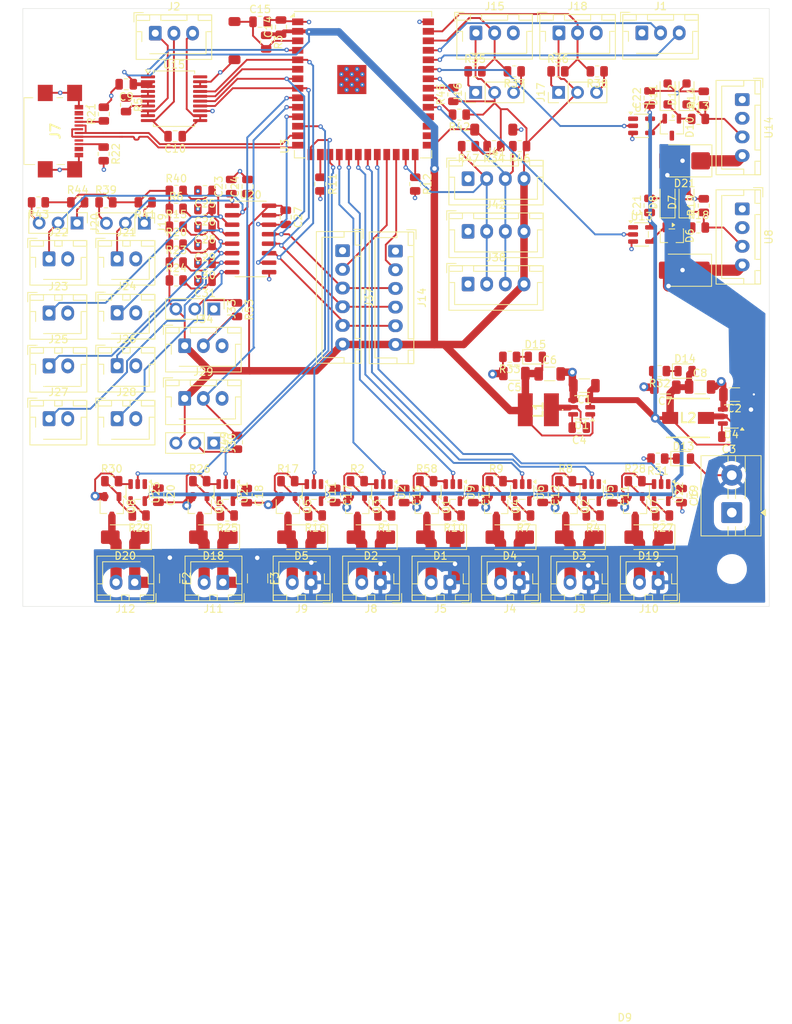
<source format=kicad_pcb>
(kicad_pcb (version 20241229) (generator "pcbnew") (generator_version "9.0")
  (layers (0 "F.Cu" signal) (4 "In1.Cu" signal) (6 "In2.Cu" signal) (2 "B.Cu" signal) (13 "F.Paste" user) (15 "B.Paste" user) (5 "F.SilkS" user "F.Silkscreen") (7 "B.SilkS" user "B.Silkscreen") (1 "F.Mask" user) (3 "B.Mask" user) (25 "Edge.Cuts" user))
  (net 0 "")
  (net 1 "GND")
  (net 2 "+24V")
  (net 3 "Net-(U4-SW)")
  (net 4 "Net-(U4-BST)")
  (net 5 "Net-(U1-SW)")
  (net 6 "Net-(U1-BST)")
  (net 7 "+3.3V")
  (net 8 "+5V")
  (net 9 "/EN")
  (net 10 "Net-(D1-A)")
  (net 11 "Net-(D3-A)")
  (net 12 "Net-(D4-A)")
  (net 13 "Net-(D5-A)")
  (net 14 "Net-(D6-A)")
  (net 15 "Net-(D6-K)")
  (net 16 "Net-(D7-K)")
  (net 17 "Net-(D9-K)")
  (net 18 "Net-(D10-K)")
  (net 19 "Net-(D10-A)")
  (net 20 "Net-(D12-K)")
  (net 21 "Net-(D18-A)")
  (net 22 "Net-(D19-A)")
  (net 23 "Net-(D20-A)")
  (net 24 "Net-(J16-Pad3)")
  (net 25 "Net-(J16-Pad1)")
  (net 26 "Net-(J17-Pad1)")
  (net 27 "Net-(J17-Pad3)")
  (net 28 "Net-(J19-Pad1)")
  (net 29 "Net-(J19-Pad3)")
  (net 30 "Net-(J20-Pad1)")
  (net 31 "Net-(J20-Pad3)")
  (net 32 "Net-(J30-Pad2)")
  (net 33 "Net-(J33-Pad2)")
  (net 38 "Net-(Q4-Pad1)")
  (net 42 "Net-(Q1-Pad1)")
  (net 43 "Net-(Q2-Pad1)")
  (net 44 "Net-(D2-A)")
  (net 45 "Net-(Q3-Pad1)")
  (net 46 "Net-(Q5-Pad1)")
  (net 47 "Net-(Q6-Pad1)")
  (net 48 "Net-(Q7-Pad1)")
  (net 49 "Net-(Q8-Pad1)")
  (net 56 "Net-(U2-Y)")
  (net 57 "Net-(U5-Y)")
  (net 58 "Net-(U6-Y)")
  (net 59 "Net-(U11-Y)")
  (net 60 "Net-(U21-Y)")
  (net 61 "Net-(U22-Y)")
  (net 62 "Net-(U23-Y)")
  (net 63 "Net-(D21-K)")
  (net 70 "Net-(J7-PadB5)")
  (net 71 "Net-(J7-PadA5)")
  (net 72 "Net-(U15-FORCE-)")
  (net 73 "Net-(U15-RTDIN+)")
  (net 74 "Net-(U15-FORCE+)")
  (net 75 "Net-(U15-BIAS)")
  (net 76 "Net-(U15-ISENSOR)")
  (net 78 "Net-(U9-Y)")
  (net 79 "Net-(D20-K)")
  (net 80 "Net-(D18-K)")
  (net 81 "CH0")
  (net 82 "CH1")
  (net 83 "CH7")
  (net 84 "CH5")
  (net 85 "CH3")
  (net 86 "CH2")
  (net 87 "CH6")
  (net 88 "CH4")
  (net 89 "Net-(D13-K)")
  (net 90 "Net-(D14-K)")
  (net 91 "Net-(D15-K)")
  (net 92 "Net-(U3-MTCK{slash}GPIO39{slash}CLK_OUT3{slash}SUBSPICS1)")
  (net 93 "Net-(U3-MTDO{slash}GPIO40{slash}CLK_OUT2)")
  (net 94 "RX{slash}GPIO44")
  (net 95 "TX{slash}GPIO43")
  (net 96 "D-")
  (net 97 "D+")
  (net 98 "SPI_CLK")
  (net 99 "SPI_MOSI")
  (net 100 "SPI_MISO")
  (net 101 "GPIO2")
  (net 102 "GPIO1")
  (net 103 "I2C_SDA")
  (net 104 "I2C_SCL")
  (net 105 "GPIO46")
  (net 106 "GPIO45")
  (net 107 "BOOT")
  (net 108 "GPIO42")
  (net 109 "GPIO43")
  (net 110 "GPIO6")
  (net 111 "GPIO4")
  (net 112 "GPIO16")
  (net 113 "GPIO17")
  (net 114 "GPIO18")
  (net 115 "GPIO10")
  (net 116 "GPIO3")
  (net 117 "GPIO9")
  (net 118 "GPIO8")
  (net 119 "GPIO12")
  (net 120 "GPIO13")
  (net 121 "GPIO14")
  (net 122 "GPIO11")
  (net 123 "GPIO47")
  (net 124 "GPIO21")
  (footprint "Resistor_SMD:R_0805_2012Metric" (layer "F.Cu") (at 110.5778 68.4022)
    (property "Reference" "R35")
    (property "Value" "4.7 kOhm")
  )
  (footprint "Diode_SMD:D_SOD-123F" (layer "F.Cu") (at 138.9126 71.4286 90)
    (property "Reference" "D12")
    (property "Value" "BZT52C5V1")
  )
  (footprint "Resistor_SMD:R_0805_2012Metric" (layer "F.Cu") (at 126.403885 127.838343 180)
    (property "Reference" "R4")
    (property "Value" "680 Ohm")
  )
  (footprint "Capacitor_SMD:C_0805_2012Metric" (layer "F.Cu") (at 133.9628 71.9736 90)
    (property "Reference" "C22")
    (property "Value" "100 nF")
  )
  (footprint "Resistor_SMD:R_0805_2012Metric" (layer "F.Cu") (at 60.8584 74.1172 90)
    (property "Reference" "R21")
    (property "Value" "5.1  kOhm")
  )
  (footprint "Connector_JST:JST_XH_B2B-XH-AM_1x02_P2.50mm_Vertical" (layer "F.Cu") (at 53.5186 114.8842)
    (property "Reference" "J27")
    (property "Value" "~")
  )
  (footprint "Resistor_SMD:R_0805_2012Metric" (layer "F.Cu") (at 57.3554 85.9282)
    (property "Reference" "R44")
    (property "Value" "10 kOhm")
  )
  (footprint "Connector_PinHeader_2.54mm:PinHeader_1x03_P2.54mm_Vertical" (layer "F.Cu") (at 66.2824 88.7222 -90)
    (property "Reference" "J19")
    (property "Value" "~")
  )
  (footprint "Package_TO_SOT_SMD:SOT-23-5" (layer "F.Cu") (at 132.8928 75.6931)
    (property "Reference" "U7")
    (property "Value" "SN74LV1T34DBV")
  )
  (footprint "Connector_JST:JST_XH_B2B-XH-AM_1x02_P2.50mm_Vertical" (layer "F.Cu") (at 62.6372 93.4974)
    (property "Reference" "J21")
    (property "Value" "~")
  )
  (footprint "Package_TO_SOT_SMD:TSOT-23-6" (layer "F.Cu") (at 124.8711 113.35 180)
    (property "Reference" "U1")
    (property "Value" "AP63203WU")
  )
  (footprint "components:SRR5228A" (layer "F.Cu") (at 119.0626 113.6904 -90)
    (property "Reference" "L1")
    (property "Value" "SRR5228A-2R2Y" (hide yes))
  )
  (footprint "Diode_SMD:D_SMA" (layer "F.Cu") (at 133.841771 130.7338 180)
    (property "Reference" "D19")
    (property "Value" "SS34")
  )
  (footprint "Diode_SMD:D_SOD-123F" (layer "F.Cu") (at 138.9126 85.805 90)
    (property "Reference" "D7")
    (property "Value" "BZT52C5V1")
  )
  (footprint "Resistor_SMD:R_0805_2012Metric" (layer "F.Cu") (at 89.192342 127.838343 180)
    (property "Reference" "R16")
    (property "Value" "680 Ohm")
  )
  (footprint "Resistor_SMD:R_0805_2012Metric" (layer "F.Cu") (at 113.1162 78.4098 180)
    (property "Reference" "R34")
    (property "Value" "10 kOhm")
  )
  (footprint "Package_TO_SOT_SMD:TSOT-23" (layer "F.Cu") (at 122.738885 126.618343 -90)
    (property "Reference" "Q2")
    (property "Value" "IRLML6344TRPBF")
  )
  (footprint "Connector_JST:JST_XH_B4B-XH-A_1x04_P2.50mm_Vertical" (layer "F.Cu") (at 109.6448 89.8144)
    (property "Reference" "J42")
    (property "Value" "~")
  )
  (footprint "Package_TO_SOT_SMD:SOT-23-5" (layer "F.Cu") (at 126.208885 124.769643 -90)
    (property "Reference" "U5")
    (property "Value" "SN74LV1T34DBV")
  )
  (footprint "Connector_PinHeader_2.54mm:PinHeader_1x03_P2.54mm_Vertical" (layer "F.Cu") (at 57.2654 88.6968 -90)
    (property "Reference" "J20")
    (property "Value" "~")
  )
  (footprint "Resistor_SMD:R_0805_2012Metric" (layer "F.Cu") (at 61.914771 123.240143)
    (property "Reference" "R30")
    (property "Value" "100 kOhm")
  )
  (footprint "Capacitor_SMD:C_1206_3216Metric" (layer "F.Cu") (at 145.3276 111.6584 180)
    (property "Reference" "C2")
    (property "Value" "10 uF 50V")
  )
  (footprint "Capacitor_SMD:C_0805_2012Metric" (layer "F.Cu") (at 124.5464 116.078 180)
    (property "Reference" "C4")
    (property "Value" "100 nF")
  )
  (footprint "components:JST_XH_1x2_vertical" (layer "F.Cu") (at 97.902728 136.778343 180)
    (property "Reference" "J8")
    (property "Value" "~")
  )
  (footprint "Capacitor_SMD:C_1206_3216Metric" (layer "F.Cu") (at 136.0678 110.6678 180)
    (property "Reference" "C7")
    (property "Value" "22 uF 25V")
  )
  (footprint "Capacitor_SMD:C_1206_3216Metric" (layer "F.Cu") (at 115.8494 108.839 180)
    (property "Reference" "C5")
    (property "Value" "22 uF 25V")
  )
  (footprint "Resistor_SMD:R_0805_2012Metric" (layer "F.Cu") (at 70.5562 86.79228)
    (property "Reference" "R6")
    (property "Value" "10 kOhm")
  )
  (footprint "components:JST_XH_1x2_vertical" (layer "F.Cu") (at 64.994071 136.778343 180)
    (property "Reference" "J12")
    (property "Value" "~")
  )
  (footprint "Connector_JST:JST_XH_B4B-XH-A_1x04_P2.50mm_Vertical" (layer "F.Cu") (at 109.6448 96.8629)
    (property "Reference" "J38")
    (property "Value" "~")
  )
  (footprint "Connector_JST:JST_XH_B2B-XH-AM_1x02_P2.50mm_Vertical" (layer "F.Cu") (at 53.5186 93.4974)
    (property "Reference" "J22")
    (property "Value" "~")
  )
  (footprint "Connector_JST:JST_XH_B2B-XH-AM_1x02_P2.50mm_Vertical" (layer "F.Cu") (at 62.6372 107.7976)
    (property "Reference" "J26")
    (property "Value" "~")
  )
  (footprint "Capacitor_SMD:C_0805_2012Metric" (layer "F.Cu") (at 74.4068 84.42452 180)
    (property "Reference" "C25")
    (property "Value" "100 nF")
  )
  (footprint "Resistor_SMD:R_0805_2012Metric" (layer "F.Cu") (at 104.113114 123.240143)
    (property "Reference" "R58")
    (property "Value" "100 kOhm")
  )
  (footprint "Package_TO_SOT_SMD:TSOT-23-6" (layer "F.Cu") (at 144.9194 114.5794 180)
    (property "Reference" "U4")
    (property "Value" "AP63205WU")
  )
  (footprint "Resistor_SMD:R_0805_2012Metric" (layer "F.Cu") (at 113.416 123.240143)
    (property "Reference" "R9")
    (property "Value" "100 kOhm")
  )
  (footprint "Package_TO_SOT_SMD:SOT-23-3" (layer "F.Cu") (at 136.9466 75.8681 -90)
    (property "Reference" "D10")
    (property "Value" "BAT54")
  )
  (footprint "Resistor_SMD:R_0805_2012Metric" (layer "F.Cu") (at 102.5636 83.4898 -90)
    (property "Reference" "R12")
    (property "Value" "10 kOhm")
  )
  (footprint "Resistor_SMD:R_0805_2012Metric" (layer "F.Cu") (at 70.5562 84.39452)
    (property "Reference" "R40")
    (property "Value" "10 kOhm")
  )
  (footprint "Fuse:Fuse_1210_3225Metric" (layer "F.Cu") (at 69.6722 136.253343 -90)
    (property "Reference" "F2")
    (property "Value" "Polyfuse")
  )
  (footprint "MountingHole:MountingHole_3.5mm" (layer "F.Cu") (at 55 65)
    (property "Reference" "REF**" (hide yes))
    (property "Value" "MountingHole_3.5mm")
  )
  (footprint "components:JST_XH_1x2_vertical" (layer "F.Cu") (at 76.796957 136.778343 180)
    (property "Reference" "J11")
    (property "Value" "~")
  )
  (footprint "Resistor_SMD:R_0805_2012Metric" (layer "F.Cu") (at 60.833 79.4512 -90)
    (property "Reference" "R22")
    (property "Value" "5.1  kOhm")
  )
  (footprint "Diode_SMD:D_SOD-123F" (layer "F.Cu") (at 136.3726 85.805 90)
    (property "Reference" "D8")
    (property "Value" "BZT52C5V1")
  )
  (footprint "Package_SO:SSOP-20_5.3x7.2mm_P0.65mm" (layer "F.Cu") (at 70.2616 72.0638)
    (property "Reference" "U15")
    (property "Value" "MAX31865xAP")
  )
  (footprint "Connector_JST:JST_XH_B2B-XH-AM_1x02_P2.50mm_Vertical" (layer "F.Cu") (at 53.5186 100.743)
    (property "Reference" "J23")
    (property "Value" "~")
  )
  (footprint "Package_TO_SOT_SMD:TSOT-23" (layer "F.Cu") (at 94.830228 126.618343 -90)
    (property "Reference" "Q3")
    (property "Value" "IRLML6344TRPBF")
  )
  (footprint "Diode_SMD:D_SMA" (layer "F.Cu") (at 63.721571 130.7338 180)
    (property "Reference" "D20")
    (property "Value" "SS34")
  )
  (footprint "Capacitor_SMD:C_1206_3216Metric" (layer "F.Cu") (at 140.7302 110.6424)
    (property "Reference" "C8")
    (property "Value" "22 uF 25V")
  )
  (footprint "Capacitor_SMD:C_0805_2012Metric" (layer "F.Cu") (at 144.5892 117.2972 180)
    (property "Reference" "C3")
    (property "Value" "100 nF")
  )
  (footprint "Package_TO_SOT_SMD:SOT-23-5" (layer "F.Cu") (at 107.603114 124.769643 -90)
    (property "Reference" "U9")
    (property "Value" "SN74LV1T34DBV")
  )
  (footprint "components:USB4110GFA" (layer "F.Cu") (at 53.8368 76.4032 -90)
    (property "Reference" "J7")
    (property "Value" "USB4110-GF-A" (hide yes))
  )
  (footprint "Resistor_SMD:R_0805_2012Metric" (layer "F.Cu") (at 73.704457 123.240143)
    (property "Reference" "R26")
    (property "Value" "100 kOhm")
  )
  (footprint "Capacitor_SMD:C_0805_2012Metric" (layer "F.Cu") (at 138.244414 125.170543 -90)
    (property "Reference" "C19")
    (property "Value" "100 nF")
  )
  (footprint "Capacitor_SMD:C_0805_2012Metric" (layer "F.Cu") (at 101.078271 125.160343 -90)
    (property "Reference" "C16")
    (property "Value" "100 nF")
  )
  (footprint "Capacitor_SMD:C_0805_2012Metric" (layer "F.Cu") (at 128.967471 125.195943 -90)
    (property "Reference" "C11")
    (property "Value" "100 nF")
  )
  (footprint "Diode_SMD:D_SOD-123F" (layer "F.Cu") (at 136.3726 71.4286 90)
    (property "Reference" "D11")
    (property "Value" "BZT52C5V1")
  )
  (footprint "Capacitor_SMD:C_0805_2012Metric" (layer "F.Cu") (at 119.645671 125.145143 -90)
    (property "Reference" "C12")
    (property "Value" "100 nF")
  )
  (footprint "Connector_JST:JST_XH_B3B-XH-AM_1x03_P2.50mm_Vertical" (layer "F.Cu") (at 121.8203 63.2544)
    (property "Reference" "J18")
    (property "Value" "~")
  )
  (footprint "Capacitor_SMD:C_1206_3216Metric" (layer "F.Cu") (at 125.2322 110.4646 180)
    (property "Reference" "C1")
    (property "Value" "10 uF 50V")
  )
  (footprint "Connector_PinHeader_2.54mm:PinHeader_1x03_P2.54mm_Vertical" (layer "F.Cu") (at 75.5904 118.1354 -90)
    (property "Reference" "J30")
    (property "Value" "~")
  )
  (footprint "Capacitor_SMD:C_0805_2012Metric" (layer "F.Cu") (at 85.217 87.9348 -90)
    (property "Reference" "C27")
    (property "Value" "100 nF")
  )
  (footprint "Package_TO_SOT_SMD:SOT-23-5" (layer "F.Cu") (at 88.997342 124.769643 -90)
    (property "Reference" "U11")
    (property "Value" "SN74LV1T34DBV")
  )
  (footprint "Connector_JST:JST_XH_B2B-XH-AM_1x02_P2.50mm_Vertical" (layer "F.Cu") (at 53.5186 107.8136)
    (property "Reference" "J25")
    (property "Value" "~")
  )
  (footprint "Resistor_SMD:R_0805_2012Metric" (layer "F.Cu") (at 70.5562 96.38332)
    (property "Reference" "R24")
    (property "Value" "10 kOhm")
  )
  (footprint "MountingHole:MountingHole_3.5mm" (layer "F.Cu") (at 55 135)
    (property "Reference" "REF**" (hide yes))
    (property "Value" "MountingHole_3.5mm")
  )
  (footprint "Resistor_SMD:R_0805_2012Metric" (layer "F.Cu") (at 141.224 86.37 90)
    (property "Reference" "R19")
    (property "Value" "10 kOhm")
  )
  (footprint "Connector_JST:JST_XH_B3B-XH-AM_1x03_P2.50mm_Vertical" (layer "F.Cu") (at 71.6904 112.167933)
    (property "Reference" "J29")
    (property "Value" "~")
  )
  (footprint "Connector_JST:JST_XH_B3B-XH-AM_1x03_P2.50mm_Vertical" (layer "F.Cu") (at 71.6904 105.120467)
    (property "Reference" "J34")
    (property "Value" "~")
  )
  (footprint "Connector_JST:JST_XH_B2B-XH-AM_1x02_P2.50mm_Vertical" (layer "F.Cu") (at 62.6372 100.711)
    (property "Reference" "J24")
    (property "Value" "~")
  )
  (footprint "Package_TO_SOT_SMD:TSOT-23" (layer "F.Cu") (at 73.724457 126.618343 -90)
    (property "Reference" "Q6")
    (property "Value" "IRLML6344TRPBF")
  )
  (footprint "Package_SO:SOIC-16_3.9x9.9mm_P1.27mm" (layer "F.Cu") (at 80.518 90.8304)
    (property "Reference" "U20")
    (property "Value" "MCP3208")
  )
  (footprint "Resistor_SMD:R_0805_2012Metric" (layer "F.Cu") (at 126.9503 68.4022 180)
    (property "Reference" "R38")
    (property "Value" "2.2 kOhm")
  )
  (footprint "MountingHole:MountingHole_3.5mm" (layer "F.Cu") (at 145 135)
    (property "Reference" "REF**" (hide yes))
    (property "Value" "MountingHole_3.5mm")
  )
  (footprint "Package_TO_SOT_SMD:TSOT-23" (layer "F.Cu") (at 104.133114 126.618343 -90)
    (property "Reference" "Q1")
    (property "Value" "IRLML6344TRPBF")
  )
  (footprint "Resistor_SMD:R_0805_2012Metric" (layer "F.Cu") (at 78.6904 118.0454 90)
    (property "Reference" "R49")
    (property "Value" "10 kOhm")
  )
  (footprint "Diode_SMD:D_SMB" (layer "F.Cu") (at 138.6528 80.3798 180)
    (property "Reference" "D21")
    (property "Value" "STPS5L60U")
  )
  (footprint "components:JST_XH_1x2_vertical" (layer "F.Cu") (at 125.811385 136.778343 180)
    (property "Reference" "J3")
    (property "Value" "~")
  )
  (footprint "LED_SMD:LED_0805_2012Metric" (layer "F.Cu") (at 138.7094 108.5088)
    (property "Reference" "D14")
    (property "Value" "LED")
  )
  (footprint "Connector_PinHeader_2.54mm:PinHeader_1x03_P2.54mm_Vertical" (layer "F.Cu") (at 110.6678 71.2216 90)
    (property "Reference" "J16")
    (property "Value" "~")
  )
  (footprint "Resistor_SMD:R_0805_2012Metric" (layer "F.Cu") (at 135.706771 127.838343 180)
    (property "Reference" "R27")
    (property "Value" "680 Ohm")
  )
  (footprint "components:3x4x2 switch" (layer "F.Cu") (at 78.359 66.8374 90)
    (property "Reference" "SW1" (hide yes))
    (property "Value" "SW_Push")
  )
  (footprint "Capacitor_SMD:C_0805_2012Metric" (layer "F.Cu") (at 77.9272 83.82 90)
    (property "Reference" "C23")
    (property "Value" "100 nF")
  )
  (footprint "Package_TO_SOT_SMD:TSOT-23" (layer "F.Cu") (at 61.934771 126.618343 -90)
    (property "Reference" "Q8")
    (property "Value" "IRLML6344TRPBF")
  )
  (footprint "Connector_JST:JST_XH_B3B-XH-AM_1x03_P2.50mm_Vertical" (layer "F.Cu") (at 67.7456 63.2968)
    (property "Reference" "J2")
    (property "Value" "~")
  )
  (footprint "Package_TO_SOT_SMD:TSOT-23" (layer "F.Cu") (at 85.527342 126.618343 -90)
    (property "Reference" "Q5")
    (property "Value" "IRLML6344TRPBF")
  )
  (footprint "Capacitor_SMD:C_0805_2012Metric" (layer "F.Cu") (at 63.8556 70.1294 180)
    (property "Reference" "C9")
    (property "Value" "100 nF")
  )
  (footprint "Resistor_SMD:R_0805_2012Metric" (layer "F.Cu") (at 52.0954 85.9282 180)
    (property "Reference" "R43")
    (property "Value" "dnp")
  )
  (footprint "Package_TO_SOT_SMD:SOT-23-3" (layer "F.Cu") (at 136.9466 90.4024 -90)
    (property "Reference" "D6")
    (property "Value" "BAT54")
  )
  (footprint "Capacitor_SMD:C_0805_2012Metric" (layer "F.Cu") (at 68.163671 125.119743 -90)
    (property "Reference" "C20")
    (property "Value" "100 nF")
  )
  (footprint "Diode_SMD:D_SMA" (layer "F.Cu") (at 75.524457 130.7338 180)
    (property "Reference" "D18")
    (property "Value" "SS34")
  )
  (footprint "Connector_JST:JST_XH_B4B-XH-A_1x04_P2.50mm_Vertical" (layer "F.Cu") (at 109.6448 82.7659)
    (property "Reference" "J41")
    (property "Value" "~")
  )
  (footprint "RF_Module:ESP32-S3-WROOM-1U" (layer "F.Cu") (at 95.5786 70.1874)
    (property "Reference" "U3")
    (property "Value" "ESP32-S3-WROOM-1")
  )
  (footprint "Connector_JST:JST_XH_B6B-XH-A_1x06_P2.50mm_Vertical" (layer "F.Cu") (at 99.9236 92.4528 -90)
    (property "Reference" "J14")
    (property "Value" "~")
  )
  (footprint "Resistor_SMD:R_0805_2012Metric" (layer "F.Cu") (at 70.5562 93.98556)
    (property "Reference" "R23")
    (property "Value" "10 kOhm")
  )
  (footprint "Resistor_SMD:R_0805_2012Metric" (layer "F.Cu") (at 115.8378 68.4022 180)
    (property "Reference" "R37")
    (property "Value" "2.2 kOhm")
  )
  (footprint "Resistor_SMD:R_0805_2012Metric" (layer "F.Cu") (at 107.6706 71.501 90)
    (property "Reference" "R45")
    (property "Value" "10 kOhm")
  )
  (footprint "Resistor_SMD:R_0805_2012Metric" (layer "F.Cu") (at 135.3058 108.5088 180)
    (property "Reference" "R32")
    (property "Value" "180 Ohm")
  )
  (footprint "Resistor_SMD:R_0805_2012Metric" (layer "F.Cu") (at 108.4834 74.1934 180)
    (property "Reference" "R42")
    (property "Value" "10 kOhm")
  )
  (footprint "Capacitor_SMD:C_0805_2012Metric" (layer "F.Cu") (at 133.9628 86.35 90)
    (property "Reference" "C21")
    (property "Value" "100 nF")
  )
  (footprint "Package_TO_SOT_SMD:SOT-23-5" (layer "F.Cu") (at 98.300228 124.769643 -90)
    (property "Reference" "U2")
    (property "Value" "SN74LV1T34DBV")
  )
  (footprint "Capacitor_SMD:C_1206_3216Metric" (layer "F.Cu") (at 120.584 108.8898)
    (property "Reference" "C6")
    (property "Value" "22 uF 25V")
  )
  (footprint "Resistor_SMD:R_0805_2012Metric" (layer "F.Cu") (at 94.810228 123.240143)
    (property "Reference" "R2")
    (property "Value" "100 kOhm")
  )
  (footprint "components:JST_XH_1x2_vertical" (layer "F.Cu") (at 116.5085 136.778343 180)
    (property "Reference" "J4")
    (property "Value" "~")
  )
  (footprint "Connector_JST:JST_XH_B6B-XH-A_1x06_P2.50mm_Vertical" (layer "F.Cu") (at 92.837 92.402 -90)
    (property "Reference" "J37")
    (property "Value" "~")
  )
  (footprint "Diode_SMD:D_SMA" (layer "F.Cu") (at 115.236 130.7338 180)
    (property "Reference" "D4")
    (property "Value" "SS34")
  )
  (footprint "Diode_SMD:D_SMA" (layer "F.Cu") (at 124.538885 130.7338 180)
    (property "Reference" "D3")
    (property "Value" "SS34")
  )
  (footprint "Capacitor_SMD:C_0805_2012Metric" (layer "F.Cu") (at 91.832671 125.145143 -90)
    (property "Reference" "C17")
    (property "Value" "100 nF")
  )
  (footprint "Connector_JST:JST_XH_B4B-XH-A_1x04_P2.50mm_Vertical" (layer "F.Cu") (at 146.3802 86.814 -90)
    (property "Reference" "U8")
    (property "Value" "~")
  )
  (footprint "MountingHole:MountingHole_3.5mm" (layer "F.Cu") (at 145 65)
    (property "Reference" "REF**" (hide yes))
    (property "Value" "MountingHole_3.5mm")
  )
  (footprint "Resistor_SMD:R_0805_2012Metric" (layer "F.Cu") (at 82.6008 64.4906 -90)
    (property "Reference" "R3")
    (property "Value" "5.1 kOhm")
  )
  (footprint "Connector_JST:JST_XH_B3B-XH-AM_1x03_P2.50mm_Vertical" (layer "F.Cu") (at 110.7078 63.2544)
    (property "Reference" "J15")
    (property "Value" "~")
  )
  (footprint "Capacitor_SMD:C_0805_2012Metric" (layer "F.Cu") (at 74.4068 94.01556 180)
    (property "Reference" "C30")
    (property "Value" "100 nF")
  )
  (footprint "Resistor_SMD:R_0805_2012Metric" (layer "F.Cu") (at 140.5128 89.3024)
    (property "Reference" "R18")
    (property "Value" "680 Ohm")
  )
  (footprint "Package_TO_SOT_SMD:TSOT-23" (layer "F.Cu") (at 132.041771 126.618343 -90)
    (property "Reference" "Q7")
    (property "Value" "IRLML6344TRPBF")
  )
  (footprint "Resistor_SMD:R_0805_2012Metric" (layer "F.Cu") (at 70.5562 89.19004)
    (property "Reference" "R15")
    (property "Value" "10 kOhm")
  )
  (footprint "Capacitor_SMD:C_0805_2012Metric" (layer "F.Cu") (at 80.1116 83.82 90)
    (property "Reference" "C24")
    (property "Value" "100 nF")
  )
  (footprint "Connector_PinHeader_2.54mm:PinHeader_1x03_P2.54mm_Vertical" (layer "F.Cu") (at 121.7803 71.2216 90)
    (property "Reference" "J17")
    (property "Value" "~")
  )
  (footprint "Capacitor_SMD:C_0805_2012Metric" (layer "F.Cu") (at 84.582 62.484 90)
    (property "Reference" "C14")
    (property "Value" "100 nF")
  )
  (footprint "Resistor_SMD:R_0805_2012Metric" (layer "F.Cu") (at 122.718885 123.240143)
    (property "Reference" "R8")
    (property "Value" "100 kOhm")
  )
  (footprint "components:JST_XH_1x2_vertical" (layer "F.Cu") (at 88.599842 136.778343 180)
    (property "Reference" "J9")
    (property "Value" "~")
  )
  (footprint "Diode_SMD:D_SMA" (layer "F.Cu") (at 96.630228 130.7338 180)
    (property "Reference" "D2")
    (property "Value" "SS34")
  )
  (footprint "Resistor_SMD:R_0805_2012Metric" (layer "F.Cu") (at 115.2272 106.6038 180)
    (property "Reference" "R33")
    (property "Value" "20 Ohm")
  )
  (footprint "components:JST_XH_1x2_vertical" (layer "F.Cu") (at 135.114271 136.778343 180)
    (property "Reference" "J10")
    (property "Value" "~")
  )
  (footprint "Resistor_SMD:R_0805_2012Metric" (layer "F.Cu") (at 63.8302 72.8726 -90)
    (property "Reference" "R5")
    (property "Value" "430 Ohm 0.1%")
  )
  (footprint "Resistor_SMD:R_0805_2012Metric" (layer "F.Cu") (at 65.586571 127.838343 180)
    (property "Reference" "R29")
    (property "Value" "680 Ohm")
  )
  (footprint "Connector_PinHeader_2.54mm:PinHeader_1x03_P2.54mm_Vertical" (layer "F.Cu") (at 75.5904 100.203 -90)
    (property "Reference" "J33")
    (property "Value" "~")
  )
  (footprint "Resistor_SMD:R_0805_2012Metric" (layer "F.Cu") (at 107.798114 127.838343 180)
    (property "Reference" "R10")
    (property "Value" "680 Ohm")
  )
  (footprint "Resistor_SMD:R_0805_2012Metric" (layer "F.Cu") (at 66.3956 85.9282 180)
    (property "Reference" "R41")
    (property "Value" "dnp")
  )
  (footprint "Package_TO_SOT_SMD:SOT-23-5" (layer "F.Cu") (at 116.906 124.769643 -90)
    (property "Reference" "U6")
    (property "Value" "SN74LV1T34DBV")
  )
  (footprint "Diode_SMD:D_SMA" (layer "F.Cu") (at 87.327342 130.7338 180)
    (property "Reference" "D5")
    (property "Value" "SS34")
  )
  (footprint "Connector_JST:JST_XH_B4B-XH-A_1x04_P2.50mm_Vertical" (layer "F.Cu") (at 146.3802 72.1798 -90)
    (property "Reference" "U14")
    (property "Value" "~")
  )
  (footprint "Capacitor_SMD:C_0805_2012Metric" (layer "F.Cu") (at 70.4088 77.089 180)
    (property "Reference" "C10")
    (property "Value" "100 nF")
  )
  (footprint "LED_SMD:LED_0805_2012Metric" (layer "F.Cu") (at 138.5062 120.2182)
    (property "Reference" "D13")
    (property "Value" "LED")
  )
  (footprint "Package_TO_SOT_SMD:TSOT-23" (layer "F.Cu") (at 113.436 126.618343 -90)
    (property "Reference" "Q4")
    (property "Value" "IRLML6344TRPBF")
  )
  (footprint "Package_TO_SOT_SMD:SOT-23-5" (layer "F.Cu") (at 135.511771 124.769643 -90)
    (property "Reference" "U22")
    (property "Value" "SN74LV1T34DBV")
  )
  (footprint "Connector_JST:JST_XH_B2B-XH-AM_1x02_P2.50mm_Vertical" (layer "F.Cu") (at 62.6372 114.8842)
    (property "Reference" "J28")
    (property "Value" "~")
  )
  (footprint "Resistor_SMD:R_0805_2012Metric" (layer "F.Cu") (at 140.5128 74.7681)
    (property "Reference" "R13")
    (property "Value" "680 Ohm")
  )
  (footprint "Resistor_SMD:R_0805_2012Metric" (layer "F.Cu") (at 121.6903 68.4022)
    (property "Reference" "R36")
    (property "Value" "4.7 kOhm")
  )
  (footprint "Resistor_SMD:R_0805_2012Metric" (layer "F.Cu") (at 109.7026 78.4098 180)
    (property "Reference" "R47")
    (property "Value" "4.7 kOhm")
  )
  (footprint "Resistor_SMD:R_0805_2012Metric" (layer "F.Cu") (at 98.495228 127.838343 180)
    (property "Reference" "R1")
    (property "Value" "680 Ohm")
  )
  (footprint "Resistor_SMD:R_0805_2012Metric" (layer "F.Cu") (at 116.5606 78.4098 180)
    (property "Reference" "R46")
    (property "Value" "4.7 kOhm")
  )
  (footprint "Capacitor_SMD:C_0805_2012Metric" (layer "F.Cu") (at 74.4068 86.82228 180)
    (property "Reference" "C26")
    (property "Value" "100 nF")
  )
  (footprint "components:SRP5030T" (layer "F.Cu") (at 139.1158 114.7826 180)
    (property "Reference" "L2")
    (property "Value" "SRP5030T-6R8M" (hide yes))
  )
  (footprint "Resistor_SMD:R_0805_2012Metric" (layer "F.Cu") (at 117.101 127.838343 180)
    (property "Reference" "R7")
    (property "Value" "680 Ohm")
  )
  (footprint "Package_TO_SOT_SMD:SOT-23-5" (layer "F.Cu") (at 132.8928 90.2274)
    (property "Reference" "U13")
    (property "Value" "SN74LV1T34DBV")
  )
  (footprint "LED_SMD:LED_0805_2012Metric" (layer "F.Cu") (at 118.6562 106.6038)
    (property "Reference" "D15")
    (property "Value" "LED")
  )
  (footprint "Resistor_SMD:R_0805_2012Metric" (layer "F.Cu") (at 132.021771 123.240143)
    (property "Reference" "R28")
    (property "Value" "100 kOhm")
  )
  (footprint "Resistor_SMD:R_0805_2012Metric" (layer "F.Cu") (at 135.0772 120.2182 180)
    (property "Reference" "R31")
    (property "Value" "2.2  kOhm")
  )
  (footprint "Package_TO_SOT_SMD:SOT-23-5" (layer "F.Cu") (at 65.391571 124.769643 -90)
    (property "Reference" "U23")
    (property "Value" "SN74LV1T34DBV")
  )
  (footprint "Capacitor_SMD:C_0805_2012Metric" (layer "F.Cu") (at 74.4068 91.6178 180)
    (property "Reference" "C29")
    (property "Value" "100 nF")
  )
  (footprint "Diode_SMD:D_SMB" (layer "F.Cu") (at 138.6078 95.014 180)
    (property "Reference" "D9")
    (property "Value" "STPS5L60U")
  )
  (footprint "Capacitor_SMD:C_0805_2012Metric" (layer "F.Cu") (at 74.4068 96.40832 180)
    (property "Reference" "C31")
    (property "Value" "100 nF")
  )
  (footprint "Connector_JST:JST_XH_B3B-XH-AM_1x03_P2.50mm_Vertical" (layer "F.Cu") (at 132.9328 63.2544)
    (property "Reference" "J1")
    (property "Value" "~")
  )
  (footprint "TerminalBlock:TerminalBlock_MaiXu_MX126-5.0-02P_1x02_P5.00mm" (layer "F.Cu") (at 144.9761 127.4466 90)
    (property "Reference" "J6")
    (property "Value" "Power input")
  )
  (footprint "Capacitor_SMD:C_0805_2012Metric" (layer "F.Cu") (at 79.985471 125.170543 -90)
    (property "Reference" "C18")
    (property "Value" "100 nF")
  )
  (footprint "Diode_SMD:D_SMA" (layer "F.Cu") (at 105.933114 130.7338 180)
    (property "Reference" "D1")
    (property "Value" "SS34")
  )
  (footprint "Resistor_SMD:R_0805_2012Metric" (layer "F.Cu") (at 89.8636 83.4898 -90)
    (property "Reference" "R11")
    (property "Value" "10 kOhm")
  )
  (footprint "Resistor_SMD:R_0805_2012Metric" (layer "F.Cu") (at 70.5562 91.5878)
    (property "Reference" "R20")
    (property "Value" "10 kOhm")
  )
  (footprint "Resistor_SMD:R_0805_2012Metric" (layer "F.Cu") (at 85.507342 123.240143)
    (property "Reference" "R17")
    (property "Value" "100 kOhm")
  )
  (footprint "Resistor_SMD:R_0805_2012Metric" (layer "F.Cu") (at 61.1356 85.9282)
    (property "Reference" "R39")
    (property "Value" "10 kOhm")
  )
  (footprint "Package_TO_SOT_SMD:SOT-23-5" (layer "F.Cu") (at 77.194457 124.769643 -90)
    (property "Reference" "U21")
    (property "Value" "SN74LV1T34DBV")
  )
  (footprint "Capacitor_SMD:C_0805_2012Metric" (layer "F.Cu") (at 74.4068 89.22004 180)
    (property "Reference" "C28")
    (property "Value" "100 nF")
  )
  (footprint "Fuse:Fuse_1210_3225Metric" (layer "F.Cu") (at 81.4578 136.253343 -90)
    (property "Reference" "F3")
    (property "Value" "Polyfuse")
  )
  (footprint "Resistor_SMD:R_0805_2012Metric" (layer "F.Cu") (at 77.389457 127.838343 180)
    (property "Reference" "R25")
    (property "Value" "680 Ohm")
  )
  (footprint "Resistor_SMD:R_0805_2012Metric" (layer "F.Cu") (at 78.6904 100.293 -90)
    (property "Reference" "R53")
    (property "Value" "10 kOhm")
  )
  (footprint "components:JST_XH_1x2_vertical" (layer "F.Cu") (at 107.205614 136.778343 180)
    (property "Reference" "J5")
    (property "Value" "~")
  )
  (footprint "Capacitor_SMD:C_0805_2012Metric" (layer "F.Cu") (at 81.788 61.7728)
    (property "Reference" "C15")
    (property "Value" "1 uF")
  )
  (footprint "Resistor_SMD:R_0805_2012Metric" (layer "F.Cu") (at 141.224 71.9936 90)
    (property "Reference" "R14")
    (property "Value" "10 kOhm")
  )
  (footprint "Capacitor_SMD:C_0805_2012Metric" (layer "F.Cu") (at 110.349271 125.160343 -90)
    (property "Reference" "C13")
    (property "Value" "100 nF")
  )
  (footprint "components:3x4x2 switch" (layer "F.Cu") (at 115.6408 76.2 180)
    (property "Reference" "SW2" (hide yes))
    (property "Value" "SW_Push")
  )
  (gr_rect (start 50 60) (end 150 140) (stroke (width 0.05)) (fill no) (layer "Edge.Cuts"))
  (segment (start 114.3285 123.240143) (end 115.564 123.240143) (width 0.25) (layer "F.Cu") (net 1))
  (segment (start 82.8802 126.3904) (end 83.495285 126.3904) (width 1) (layer "F.Cu") (net 1))
  (segment (start 111.684 126.110343) (end 112.014 125.780343) (width 0.25) (layer "F.Cu") (net 1))
  (segment (start 56.919 71.2724) (end 56.9398 71.2932) (width 0.25) (layer "F.Cu") (net 1))
  (segment (start 140.0302 85.4575) (end 139.9659 85.5218) (width 0.25) (layer "F.Cu") (net 1))
  (segment (start 85.1764 88.9254) (end 85.217 88.8848) (width 0.25) (layer "F.Cu") (net 1))
  (segment (start 103.999614 122.214143) (end 102.6926 122.214143) (width 0.25) (layer "F.Cu") (net 1))
  (segment (start 123.6218 110.3292) (end 123.7572 110.4646) (width 1) (layer "F.Cu") (net 1))
  (segment (start 113.3025 122.214143) (end 111.995486 122.214143) (width 0.25) (layer "F.Cu") (net 1))
  (segment (start 97.350228 123.632143) (end 96.114728 123.632143) (width 0.25) (layer "F.Cu") (net 1))
  (segment (start 93.389714 122.214143) (end 93.059228 122.544629) (width 0.25) (layer "F.Cu") (net 1))
  (segment (start 102.5636 85.3202) (end 102.5398 85.344) (width 0.25) (layer "F.Cu") (net 1))
  (segment (start 142.2052 110.6424) (end 142.8242 110.6424) (width 0.8) (layer "F.Cu") (net 1))
  (segment (start 93.093428 126.095143) (end 93.3958 125.792771) (width 0.25) (layer "F.Cu") (net 1))
  (segment (start 53.0814 81.5848) (end 53.0098 81.5132) (width 0.25) (layer "F.Cu") (net 1))
  (segment (start 61.801271 122.214143) (end 60.494257 122.214143) (width 0.25) (layer "F.Cu") (net 1))
  (segment (start 102.362114 122.544629) (end 102.362114 125.316771) (width 0.25) (layer "F.Cu") (net 1))
  (segment (start 75.4126 73.7108) (end 73.7836 73.7108) (width 0.25) (layer "F.Cu") (net 1))
  (segment (start 61.849 72.2141) (end 60.8584 73.2047) (width 0.25) (layer "F.Cu") (net 1))
  (segment (start 73.7616 69.7888) (end 75.1944 69.7888) (width 0.25) (layer "F.Cu") (net 1))
  (segment (start 82.610343 126.120543) (end 82.8802 126.3904) (width 0.25) (layer "F.Cu") (net 1))
  (segment (start 140.0302 85.4575) (end 141.224 85.4575) (width 0.25) (layer "F.Cu") (net 1))
  (segment (start 61.849 71.186) (end 62.9056 70.1294) (width 0.25) (layer "F.Cu") (net 1))
  (segment (start 130.601257 122.214143) (end 130.270771 122.544629) (width 0.25) (layer "F.Cu") (net 1))
  (segment (start 83.756342 122.544629) (end 83.756342 124.487343) (width 0.25) (layer "F.Cu") (net 1))
  (segment (start 86.8286 61.7774) (end 88.3204 61.7774) (width 0.25) (layer "F.Cu") (net 1))
  (segment (start 137.6426 71.3232) (end 137.6426 71.2986) (width 0.25) (layer "F.Cu") (net 1))
  (segment (start 96.114728 123.632143) (end 95.722728 123.240143) (width 0.25) (layer "F.Cu") (net 1))
  (segment (start 138.244414 126.120543) (end 138.244414 127.170014) (width 0.25) (layer "F.Cu") (net 1))
  (segment (start 111.995486 122.214143) (end 111.665 122.544629) (width 0.25) (layer "F.Cu") (net 1))
  (segment (start 114.3285 123.240143) (end 113.3025 122.214143) (width 0.25) (layer "F.Cu") (net 1))
  (segment (start 71.9582 126.1246) (end 72.774457 125.308343) (width 1) (layer "F.Cu") (net 1))
  (segment (start 83.756342 124.487343) (end 84.577342 125.308343) (width 0.25) (layer "F.Cu") (net 1))
  (segment (start 82.9768 61.534) (end 82.738 61.7728) (width 0.25) (layer "F.Cu") (net 1))
  (segment (start 55.0118 81.5132) (end 54.9402 81.5848) (width 0.25) (layer "F.Cu") (net 1))
  (segment (start 73.7836 73.7108) (end 73.7616 73.6888) (width 0.25) (layer "F.Cu") (net 1))
  (segment (start 84.582 61.534) (end 82.9768 61.534) (width 0.25) (layer "F.Cu") (net 1))
  (segment (start 82.993 88.9254) (end 85.1764 88.9254) (width 0.25) (layer "F.Cu") (net 1))
  (segment (start 60.984771 125.308343) (end 59.750943 125.308343) (width 1) (layer "F.Cu") (net 1))
  (segment (start 124.023385 123.632143) (end 123.631385 123.240143) (width 0.25) (layer "F.Cu") (net 1))
  (segment (start 143.8526 111.6584) (end 143.8526 110.1976) (width 0.8) (layer "F.Cu") (net 1))
  (segment (start 131.5466 92.1766) (end 131.5466 91.3861) (width 0.25) (layer "F.Cu") (net 1))
  (segment (start 102.362114 125.316771) (end 102.7684 125.723057) (width 0.25) (layer "F.Cu") (net 1))
  (segment (start 123.6218 108.6612) (end 122.2876 108.6612) (width 1) (layer "F.Cu") (net 1))
  (segment (start 113.0046 108.839) (end 112.9284 108.9152) (width 1) (layer "F.Cu") (net 1))
  (segment (start 93.059228 122.544629) (end 93.059228 124.487343) (width 0.25) (layer "F.Cu") (net 1))
  (segment (start 75.1944 69.7888) (end 76.454 68.5292) (width 0.25) (layer "F.Cu") (net 1))
  (segment (start 62.827271 123.240143) (end 61.801271 122.214143) (width 0.25) (layer "F.Cu") (net 1))
  (segment (start 83.0072 95.2896) (end 82.993 95.2754) (width 0.25) (layer "F.Cu") (net 1))
  (segment (start 131.5466 91.3861) (end 131.7553 91.1774) (width 0.25) (layer "F.Cu") (net 1))
  (segment (start 61.849 71.6788) (end 61.849 72.2141) (width 0.25) (layer "F.Cu") (net 1))
  (segment (start 84.7446 61.6966) (end 84.582 61.534) (width 0.25) (layer "F.Cu") (net 1))
  (segment (start 119.645671 126.095143) (end 121.002085 126.095143) (width 0.25) (layer "F.Cu") (net 1))
  (segment (start 102.7684 126.7206) (end 102.7684 125.723057) (width 1) (layer "F.Cu") (net 1))
  (segment (start 60.494257 122.214143) (end 59.69 123.0184) (width 0.25) (layer "F.Cu") (net 1))
  (segment (start 88.047342 123.632143) (end 86.811842 123.632143) (width 0.25) (layer "F.Cu") (net 1))
  (segment (start 102.158143 126.110343) (end 102.7684 126.7206) (width 0.25) (layer "F.Cu") (net 1))
  (segment (start 68.163671 126.069743) (end 71.510543 126.069743) (width 0.25) (layer "F.Cu") (net 1))
  (segment (start 71.9582 126.5174) (end 71.9582 126.1246) (width 1) (layer "F.Cu") (net 1))
  (segment (start 121.298371 122.214143) (end 120.967885 122.544629) (width 0.25) (layer "F.Cu") (net 1))
  (segment (start 53.0306 71.2724) (end 53.0098 71.2932) (width 0.25) (layer "F.Cu") (net 1))
  (segment (start 137.4894 85.5218) (end 136.3726 84.405) (width 0.25) (layer "F.Cu") (net 1))
  (segment (start 137.6426 71.2986) (end 138.9126 70.0286) (width 0.25) (layer "F.Cu") (net 1))
  (segment (start 57.5148 79.7532) (end 57.5148 80.9382) (width 0.25) (layer "F.Cu") (net 1))
  (segment (start 83.495285 126.3904) (end 84.577342 125.308343) (width 1) (layer "F.Cu") (net 1))
  (segment (start 133.326271 123.632143) (end 132.934271 123.240143) (width 0.25) (layer "F.Cu") (net 1))
  (segment (start 73.7616 69.7888) (end 73.7616 70.4388) (width 0.25) (layer "F.Cu") (net 1))
  (segment (start 143.8526 111.6584) (end 143.8526 113.5077) (width 0.8) (layer "F.Cu") (net 1))
  (segment (start 131.6482 77.4446) (end 131.6482 76.7502) (width 0.25) (layer "F.Cu") (net 1))
  (segment (start 121.002085 126.095143) (end 121.3104 125.786828) (width 0.25) (layer "F.Cu") (net 1))
  (segment (start 101.078271 126.110343) (end 102.158143 126.110343) (width 0.25) (layer "F.Cu") (net 1))
  (segment (start 123.7572 112.349) (end 123.7336 112.349) (width 1) (layer "F.Cu") (net 1))
  (segment (start 105.025614 123.240143) (end 103.999614 122.214143) (width 0.25) (layer "F.Cu") (net 1))
  (segment (start 79.0956 81.854) (end 80.1116 82.87) (width 0.25) (layer "F.Cu") (net 1))
  (segment (start 134.5928 110.6678) (end 133.2484 110.6678) (width 1) (layer "F.Cu") (net 1))
  (segment (start 60.833 81.534) (end 60.8584 81.5594) (width 0.25) (layer "F.Cu") (net 1))
  (segment (start 114.3744 108.839) (end 113.0046 108.839) (width 1) (layer "F.Cu") (net 1))
  (segment (start 133.2484 110.6678) (end 133.1976 110.617) (width 1) (layer "F.Cu") (net 1))
  (segment (start 130.270771 124.487343) (end 131.091771 125.308343) (width 0.25) (layer "F.Cu") (net 1))
  (segment (start 123.631385 123.240143) (end 122.605385 122.214143) (width 0.25) (layer "F.Cu") (net 1))
  (segment (start 93.3958 126.746) (end 93.3958 125.792771) (width 1) (layer "F.Cu") (net 1))
  (segment (start 63.219271 123.632143) (end 62.827271 123.240143) (width 0.25) (layer "F.Cu") (net 1))
  (segment (start 114.3147 106.6038) (end 114.3147 108.7793) (width 0.25) (layer "F.Cu") (net 1))
  (segment (start 133.1722 120.2182) (end 134.1647 120.2182) (width 0.25) (layer "F.Cu") (net 1))
  (segment (start 91.832671 126.095143) (end 93.093428 126.095143) (width 0.25) (layer "F.Cu") (net 1))
  (segment (start 55.0164 71.2724) (end 56.919 71.2724) (width 0.25) (layer "F.Cu") (net 1))
  (segment (start 94.696728 122.214143) (end 93.389714 122.214143) (width 0.25) (layer "F.Cu") (net 1))
  (segment (start 79.0956 81.7626) (end 79.0346 81.7626) (width 0.25) (layer "F.Cu") (net 1))
  (segment (start 130.6322 125.767914) (end 131.091771 125.308343) (width 1) (layer "F.Cu") (net 1))
  (segment (start 130.6322 126.7206) (end 130.6322 125.767914) (width 1) (layer "F.Cu") (net 1))
  (segment (start 86.7478 61.6966) (end 86.8286 61.7774) (width 0.25) (layer "F.Cu") (net 1))
  (segment (start 125.258885 123.632143) (end 124.023385 123.632143) (width 0.25) (layer "F.Cu") (net 1))
  (segment (start 115.564 123.240143) (end 115.956 123.632143) (width 0.25) (layer "F.Cu") (net 1))
  (segment (start 122.605385 122.214143) (end 121.298371 122.214143) (width 0.25) (layer "F.Cu") (net 1))
  (segment (start 141.224 71.0811) (end 137.8847 71.0811) (width 0.25) (layer "F.Cu") (net 1))
  (segment (start 112.014 125.780343) (end 112.486 125.308343) (width 1) (layer "F.Cu") (net 1))
  (segment (start 142.8242 110.6424) (end 143.5608 109.9058) (width 0.8) (layer "F.Cu") (net 1))
  (segment (start 137.8847 71.0811) (end 137.6426 71.3232) (width 0.25) (layer "F.Cu") (net 1))
  (segment (start 120.967885 122.544629) (end 120.967885 124.487343) (width 0.25) (layer "F.Cu") (net 1))
  (segment (start 93.059228 124.487343) (end 93.880228 125.308343) (width 0.25) (layer "F.Cu") (net 1))
  (segment (start 143.8526 113.5077) (end 143.7819 113.5784) (width 0.8) (layer "F.Cu") (net 1))
  (segment (start 134.3933 110.4683) (end 134.5928 110.6678) (width 0.25) (layer "F.Cu") (net 1))
  (segment (start 139.9659 85.5218) (end 137.4894 85.5218) (width 0.25) (layer "F.Cu") (net 1))
  (segment (start 143.8526 110.1976) (end 143.5608 109.9058) (width 0.8) (layer "F.Cu") (net 1))
  (segment (start 116.7638 76.2) (end 115.6408 76.2) (width 0.25) (layer "F.Cu") (net 1))
  (segment (start 89.8636 84.4023) (end 89.8636 85.4694) (width 0.25) (layer "F.Cu") (net 1))
  (segment (start 85.393842 122.214143) (end 84.086828 122.214143) (width 0.25) (layer "F.Cu") (net 1))
  (segment (start 79.0346 81.7626) (end 77.9272 82.87) (width 0.25) (layer "F.Cu") (net 1))
  (segment (start 72.283943 122.214143) (end 71.953457 122.544629) (width 0.25) (layer "F.Cu") (net 1))
  (segment (start 86.419842 123.240143) (end 85.393842 122.214143) (width 0.25) (layer "F.Cu") (net 1))
  (segment (start 132.934271 123.240143) (end 131.908271 122.214143) (width 0.25) (layer "F.Cu") (net 1))
  (segment (start 137.9018 85.4) (end 133.9628 85.4) (width 0.25) (layer "F.Cu") (net 1))
  (segment (start 128.967471 126.145943) (end 130.254171 126.145943) (width 0.25) (layer "F.Cu") (net 1))
  (segment (start 106.261114 123.240143) (end 106.653114 123.632143) (width 0.25) (layer "F.Cu") (net 1))
  (segment (start 120.967885 124.487343) (end 121.788885 125.308343) (width 0.25) (layer "F.Cu") (net 1))
  (segment (start 83.0072 96.2152) (end 83.0072 95.2896) (width 0.25) (layer "F.Cu") (net 1))
  (segment (start 79.0956 81.7626) (end 79.0956 81.854) (width 0.25) (layer "F.Cu") (net 1))
  (segment (start 121.3104 126.7968) (end 121.3104 125.786828) (width 1) (layer "F.Cu") (net 1))
  (segment (start 89.8636 85.4694) (end 89.8652 85.471) (width 0.25) (layer "F.Cu") (net 1))
  (segment (start 81.534 88.8492) (end 82.9168 88.8492) (width 0.25) (layer "F.Cu") (net 1))
  (segment (start 138.0236 85.5218) (end 137.9018 85.4) (width 0.25) (layer "F.Cu") (net 1))
  (segment (start 71.510543 126.069743) (end 71.9582 126.5174) (width 0.25) (layer "F.Cu") (net 1))
  (segment (start 104.3286 61.7774) (end 103.1494 61.7774) (width 0.25) (layer "F.Cu") (net 1))
  (segment (start 71.953457 122.544629) (end 71.953457 126.512657) (width 0.25) (layer "F.Cu") (net 1))
  (segment (start 84.086828 122.214143) (end 83.756342 122.544629) (width 0.25) (layer "F.Cu") (net 1))
  (segment (start 88.3204 61.7774) (end 88.3412 61.7982) (width 0.25) (layer "F.Cu") (net 1))
  (segment (start 134.561771 123.632143) (end 133.326271 123.632143) (width 0.25) (layer "F.Cu") (net 1))
  (segment (start 56.9398 81.5132) (end 55.0118 81.5132) (width 0.25) (layer "F.Cu") (net 1))
  (segment (start 75.008957 123.632143) (end 74.616957 123.240143) (width 0.25) (layer "F.Cu") (net 1))
  (segment (start 76.244457 123.632143) (end 75.008957 123.632143) (width 0.25) (layer "F.Cu") (net 1))
  (segment (start 102.7684 125.723057) (end 103.183114 125.308343) (width 1) (layer "F.Cu") (net 1))
  (segment (start 54.9402 81.5848) (end 53.0814 81.5848) (width 0.25) (layer "F.Cu") (net 1))
  (segment (start 137.343 71.0236) (end 133.9628 71.0236) (width 0.25) (layer "F.Cu") (net 1))
  (segment (start 138.244414 127.170014) (end 138.3538 127.2794) (width 0.25) (layer "F.Cu") (net 1))
  (segment (start 73.590957 122.214143) (end 72.283943 122.214143) (width 0.25) (layer "F.Cu") (net 1))
  (segment (start 138.9777 84.405) (end 138.9126 84.405) (width 0.25) (layer "F.Cu") (net 1))
  (segment (start 139.9659 85.5218) (end 138.0236 85.5218) (width 0.25) (layer "F.Cu") (net 1))
  (segment (start 71.953457 126.512657) (end 71.9582 126.5174) (width 0.25) (layer "F.Cu") (net 1))
  (segment (start 134.3933 108.5088) (end 134.3933 110.4683) (width 0.25) (layer "F.Cu") (net 1))
  (segment (start 130.254171 126.145943) (end 130.6322 125.767914) (width 0.25) (layer "F.Cu") (net 1))
  (segment (start 64.441571 123.632143) (end 63.219271 123.632143) (width 0.25) (layer "F.Cu") (net 1))
  (segment (start 110.349271 126.110343) (end 111.684 126.110343) (width 0.25) (layer "F.Cu") (net 1))
  (segment (start 137.6426 71.3232) (end 137.343 71.0236) (width 0.25) (layer "F.Cu") (net 1))
  (segment (start 57.5148 71.8682) (end 56.9398 71.2932) (width 0.25) (layer "F.Cu") (net 1))
  (segment (start 74.616957 123.240143) (end 73.590957 122.214143) (width 0.25) (layer "F.Cu") (net 1))
  (segment (start 79.985471 126.120543) (end 82.610343 126.120543) (width 0.25) (layer "F.Cu") (net 1))
  (segment (start 121.3104 125.786828) (end 121.788885 125.308343) (width 1) (layer "F.Cu") (net 1))
  (segment (start 60.833 80.3637) (end 60.833 81.534) (width 0.25) (layer "F.Cu") (net 1))
  (segment (start 105.025614 123.240143) (end 106.261114 123.240143) (width 0.25) (layer "F.Cu") (net 1))
  (segment (start 102.5636 84.4023) (end 102.5636 85.3202) (width 0.25) (layer "F.Cu") (net 1))
  (segment (start 57.5148 80.9382) (end 56.9398 81.5132) (width 0.25) (layer "F.Cu") (net 1))
  (segment (start 102.6926 122.214143) (end 102.362114 122.544629) (width 0.25) (layer "F.Cu") (net 1))
  (segment (start 57.5148 73.0532) (end 57.5148 71.8682) (width 0.25) (layer "F.Cu") (net 1))
  (segment (start 122.2876 108.6612) (end 122.059 108.8898) (width 1) (layer "F.Cu") (net 1))
  (segment (start 55.0164 71.2724) (end 53.0306 71.2724) (width 0.25) (layer "F.Cu") (net 1))
  (segment (start 112.014 126.746) (end 112.014 125.780343) (width 1) (layer "F.Cu") (net 1))
  (segment (start 123.7572 110.4646) (end 123.7572 112.349) (width 1) (layer "F.Cu") (net 1))
  (segment (start 123.6218 108.6612) (end 123.6218 110.3292) (width 1) (layer "F.Cu") (net 1))
  (segment (start 82.9168 88.8492) (end 82.993 88.9254) (width 0.25) (layer "F.Cu") (net 1))
  (segment (start 76.6672 68.5292) (end 78.359 66.8374) (width 0.25) (layer "F.Cu") (net 1))
  (segment (start 61.849 71.6788) (end 61.849 71.186) (width 0.25) (layer "F.Cu") (net 1))
  (segment (start 111.665 124.487343) (end 112.486 125.308343) (width 0.25) (layer "F.Cu") (net 1))
  (segment (start 59.69 123.0184) (end 59.69 125.2474) (width 0.25) (layer "F.Cu") (net 1))
  (segment (start 130.270771 122.544629) (end 130.270771 124.487343) (width 0.25) (layer "F.Cu") (net 1))
  (segment (start 59.750943 125.308343) (end 59.69 125.2474) (width 1) (layer "F.Cu") (net 1))
  (segment (start 111.665 122.544629) (end 111.665 124.487343) (width 0.25) (layer "F.Cu") (net 1))
  (segment (start 93.3958 125.792771) (end 93.880228 125.308343) (width 1) (layer "F.Cu") (net 1))
  (segment (start 140.0302 85.4575) (end 138.9777 84.405) (width 0.25) (layer "F.Cu") (net 1))
  (segment (start 76.454 68.5292) (end 76.6672 68.5292) (width 0.25) (layer "F.Cu") (net 1))
  (segment (start 95.722728 123.240143) (end 94.696728 122.214143) (width 0.25) (layer "F.Cu") (net 1))
  (segment (start 131.908271 122.214143) (end 130.601257 122.214143) (width 0.25) (layer "F.Cu") (net 1))
  (segment (start 114.3147 108.7793) (end 114.3744 108.839) (width 0.25) (layer "F.Cu") (net 1))
  (segment (start 137.6426 71.2986) (end 136.3726 70.0286) (width 0.25) (layer "F.Cu") (net 1))
  (segment (start 86.811842 123.632143) (end 86.419842 123.240143) (width 0.25) (layer "F.Cu") (net 1))
  (segment (start 131.6482 76.7502) (end 131.7553 76.6431) (width 0.25) (layer "F.Cu") (net 1))
  (segment (start 86.7478 61.6966) (end 84.7446 61.6966) (width 0.25) (layer "F.Cu") (net 1))
  (via (at 73.4568 86.82228) (size 0.6) (drill 0.3) (layers "F.Cu" "B.Cu") (net 1))
  (via (at 79.0956 81.7626) (size 0.6) (drill 0.3) (layers "F.Cu" "B.Cu") (net 1))
  (via (at 75.4126 73.7108) (size 0.6) (drill 0.3) (layers "F.Cu" "B.Cu") (net 1))
  (via (at 54.9402 81.5848) (size 0.6) (drill 0.3) (layers "F.Cu" "B.Cu") (net 1))
  (via (at 140.0302 85.4575) (size 0.6) (drill 0.3) (layers "F.Cu" "B.Cu") (net 1))
  (via (at 82.8802 126.3904) (size 1.2) (drill 0.6) (layers "F.Cu" "B.Cu") (net 1))
  (via (at 123.6218 108.6612) (size 1.2) (drill 0.6) (layers "F.Cu" "B.Cu") (net 1))
  (via (at 73.4568 84.42452) (size 0.6) (drill 0.3) (layers "F.Cu" "B.Cu") (net 1))
  (via (at 103.1494 61.7774) (size 0.6) (drill 0.3) (layers "F.Cu" "B.Cu") (net 1))
  (via (at 102.5398 85.344) (size 0.6) (drill 0.3) (layers "F.Cu" "B.Cu") (net 1))
  (via (at 76.454 68.5292) (size 0.6) (drill 0.3) (layers "F.Cu" "B.Cu") (net 1))
  (via (at 73.4568 89.22004) (size 0.6) (drill 0.3) (layers "F.Cu" "B.Cu") (net 1))
  (via (at 138.3538 127.2794) (size 0.6) (drill 0.3) (layers "F.Cu" "B.Cu") (net 1))
  (via (at 60.8584 81.5594) (size 0.6) (drill 0.3) (layers "F.Cu" "B.Cu") (net 1))
  (via (at 143.5608 109.9058) (size 1.2) (drill 0.6) (layers "F.Cu" "B.Cu") (net 1))
  (via (at 55.0164 71.2724) (size 0.6) (drill 0.3) (layers "F.Cu" "B.Cu") (net 1))
  (via (at 112.9284 108.9152) (size 1.2) (drill 0.6) (layers "F.Cu" "B.Cu") (net 1))
  (via (at 93.3958 126.746) (size 1.2) (drill 0.6) (layers "F.Cu" "B.Cu") (net 1))
  (via (at 89.8652 85.471) (size 0.6) (drill 0.3) (layers "F.Cu" "B.Cu") (net 1))
  (via (at 131.6482 77.4446) (size 0.6) (drill 0.3) (layers "F.Cu" "B.Cu") (net 1))
  (via (at 83.0072 96.2152) (size 0.6) (drill 0.3) (layers "F.Cu" "B.Cu") (net 1))
  (via (at 121.3104 126.7968) (size 1.2) (drill 0.6) (layers "F.Cu" "B.Cu") (net 1))
  (via (at 116.7638 76.2) (size 0.6) (drill 0.3) (layers "F.Cu" "B.Cu") (net 1))
  (via (at 73.4568 96.40832) (size 0.6) (drill 0.3) (layers "F.Cu" "B.Cu") (net 1))
  (via (at 131.5466 92.1766) (size 0.6) (drill 0.3) (layers "F.Cu" "B.Cu") (net 1))
  (via (at 102.7684 126.7206) (size 1.2) (drill 0.6) (layers "F.Cu" "B.Cu") (net 1))
  (via (at 61.849 71.6788) (size 0.6) (drill 0.3) (layers "F.Cu" "B.Cu") (net 1))
  (via (at 73.4568 91.6178) (size 0.6) (drill 0.3) (layers "F.Cu" "B.Cu") (net 1))
  (via (at 88.3412 61.7982) (size 0.6) (drill 0.3) (layers "F.Cu" "B.Cu") (net 1))
  (via (at 81.534 88.8492) (size 0.6) (drill 0.3) (layers "F.Cu" "B.Cu") (net 1))
  (via (at 112.014 126.746) (size 1.2) (drill 0.6) (layers "F.Cu" "B.Cu") (net 1))
  (via (at 133.1976 110.617) (size 1.2) (drill 0.6) (layers "F.Cu" "B.Cu") (net 1))
  (via (at 59.69 125.2474) (size 1.2) (drill 0.6) (layers "F.Cu" "B.Cu") (net 1))
  (via (at 73.4568 94.01556) (size 0.6) (drill 0.3) (layers "F.Cu" "B.Cu") (net 1))
  (via (at 130.6322 126.7206) (size 1.2) (drill 0.6) (layers "F.Cu" "B.Cu") (net 1))
  (via (at 71.9582 126.5174) (size 1.2) (drill 0.6) (layers "F.Cu" "B.Cu") (net 1))
  (via (at 133.1722 120.2182) (size 0.6) (drill 0.3) (layers "F.Cu" "B.Cu") (net 1))
  (via (at 137.6426 71.3232) (size 0.6) (drill 0.3) (layers "F.Cu" "B.Cu") (net 1))
  (segment (start 97.902728 136.778343) (end 97.902728 131.4613) (width 1.5) (layer "F.Cu") (net 2))
  (segment (start 116.5085 136.778343) (end 116.5085 131.4613) (width 1.5) (layer "F.Cu") (net 2))
  (segment (start 136.4996 95.0558) (end 136.4578 95.014) (width 1.5) (layer "F.Cu") (net 2))
  (segment (start 136.4996 97.1296) (end 136.4996 95.0558) (width 1.5) (layer "F.Cu") (net 2))
  (segment (start 107.933114 136.050843) (end 107.205614 136.778343) (width 1.5) (layer "F.Cu") (net 2))
  (segment (start 146.0569 113.6294) (end 146.0569 114.5794) (width 0.25) (layer "F.Cu") (net 2))
  (segment (start 81.407 133.5024) (end 81.407 134.802543) (width 1.5) (layer "F.Cu") (net 2))
  (segment (start 116.5085 131.4613) (end 117.236 130.7338) (width 1.5) (layer "F.Cu") (net 2))
  (segment (start 135.114271 131.4613) (end 135.841771 130.7338) (width 1.5) (layer "F.Cu") (net 2))
  (segment (start 88.599842 136.778343) (end 88.599842 131.4613) (width 1.5) (layer "F.Cu") (net 2))
  (segment (start 147.4978 113.6142) (end 146.1433 113.6142) (width 0.6) (layer "F.Cu") (net 2))
  (segment (start 69.6976 133.477) (end 69.6976 134.827943) (width 1.5) (layer "F.Cu") (net 2))
  (segment (start 146.0925 113.665) (end 146.0569 113.6294) (width 0.25) (layer "F.Cu") (net 2))
  (segment (start 125.811385 136.778343) (end 125.811385 131.4613) (width 1.5) (layer "F.Cu") (net 2))
  (segment (start 135.114271 136.778343) (end 135.114271 131.4613) (width 1.5) (layer "F.Cu") (net 2))
  (segment (start 141.6721 122.4466) (end 144.9761 122.4466) (width 0.25) (layer "F.Cu") (net 2))
  (segment (start 138.3792 94.996) (end 136.4758 94.996) (width 1.5) (layer "F.Cu") (net 2))
  (segment (start 147.9296 111.633) (end 146.828 111.633) (width 0.25) (layer "F.Cu") (net 2))
  (segment (start 136.3472 80.5354) (end 136.5028 80.3798) (width 1.5) (layer "F.Cu") (net 2))
  (segment (start 136.517 80.3656) (end 136.5028 80.3798) (width 1.5) (layer "F.Cu") (net 2))
  (segment (start 136.4758 94.996) (end 136.4578 95.014) (width 1.5) (layer "F.Cu") (net 2))
  (segment (start 81.407 134.802543) (end 81.4578 134.853343) (width 1.5) (layer "F.Cu") (net 2))
  (segment (start 136.3472 82.296) (end 136.3472 80.5354) (width 1.5) (layer "F.Cu") (net 2))
  (segment (start 107.933114 130.7338) (end 107.933114 136.050843) (width 1.5) (layer "F.Cu") (net 2))
  (segment (start 69.6976 134.827943) (end 69.6722 134.853343) (width 1.5) (layer "F.Cu") (net 2))
  (segment (start 125.811385 131.4613) (end 126.538885 130.7338) (width 1.5) (layer "F.Cu") (net 2))
  (segment (start 147.5486 113.665) (end 147.4978 113.6142) (width 0.6) (layer "F.Cu") (net 2))
  (segment (start 97.902728 131.4613) (end 98.630228 130.7338) (width 1.5) (layer "F.Cu") (net 2))
  (segment (start 88.599842 131.4613) (end 89.327342 130.7338) (width 1.5) (layer "F.Cu") (net 2))
  (segment (start 139.4437 120.2182) (end 141.6721 122.4466) (width 0.25) (layer "F.Cu") (net 2))
  (segment (start 146.828 111.633) (end 146.8026 111.6584) (width 0.25) (layer "F.Cu") (net 2))
  (segment (start 138.3792 80.3656) (end 136.517 80.3656) (width 1.5) (layer "F.Cu") (net 2))
  (segment (start 146.1433 113.6142) (end 146.0925 113.665) (width 0.6) (layer "F.Cu") (net 2))
  (via (at 135.1788 134.3914) (size 1.2) (drill 0.6) (layers "F.Cu" "B.Cu") (net 2))
  (via (at 97.917 134.3152) (size 1.2) (drill 0.6) (layers "F.Cu" "B.Cu") (net 2))
  (via (at 88.646 134.1374) (size 1.2) (drill 0.6) (layers "F.Cu" "B.Cu") (net 2))
  (via (at 125.7554 134.5184) (size 1.2) (drill 0.6) (layers "F.Cu" "B.Cu") (net 2))
  (via (at 147.5486 113.665) (size 1.2) (drill 0.6) (layers "F.Cu" "B.Cu") (net 2))
  (via (at 136.4996 97.1296) (size 1.2) (drill 0.6) (layers "F.Cu" "B.Cu") (net 2))
  (via (at 147.9296 111.633) (size 0.6) (drill 0.3) (layers "F.Cu" "B.Cu") (net 2))
  (via (at 116.5352 134.3914) (size 1.2) (drill 0.6) (layers "F.Cu" "B.Cu") (net 2))
  (via (at 136.3472 82.296) (size 1.2) (drill 0.6) (layers "F.Cu" "B.Cu") (net 2))
  (via (at 138.3792 80.3656) (size 1.2) (drill 0.6) (layers "F.Cu" "B.Cu") (net 2))
  (via (at 107.8992 134.3152) (size 1.2) (drill 0.6) (layers "F.Cu" "B.Cu") (net 2))
  (via (at 138.3792 94.996) (size 1.2) (drill 0.6) (layers "F.Cu" "B.Cu") (net 2))
  (via (at 69.6976 133.477) (size 1.2) (drill 0.6) (layers "F.Cu" "B.Cu") (net 2))
  (via (at 81.407 133.5024) (size 1.2) (drill 0.6) (layers "F.Cu" "B.Cu") (net 2))
  (segment (start 144.171722 114.5794) (end 145.039262 115.44694) (width 0.25) (layer "F.Cu") (net 3))
  (segment (start 143.5787 114.7826) (end 143.7819 114.5794) (width 0.25) (layer "F.Cu") (net 3))
  (segment (start 141.719 114.5794) (end 141.5158 114.7826) (width 0.25) (layer "F.Cu") (net 3))
  (segment (start 145.039262 115.44694) (end 145.039262 116.797262) (width 0.25) (layer "F.Cu") (net 3))
  (segment (start 145.039262 116.797262) (end 145.5392 117.2972) (width 0.25) (layer "F.Cu") (net 3))
  (segment (start 143.7819 114.5794) (end 144.171722 114.5794) (width 0.25) (layer "F.Cu") (net 3))
  (segment (start 143.7819 114.5794) (end 141.719 114.5794) (width 0.8) (layer "F.Cu") (net 3))
  (segment (start 143.6392 117.2972) (end 143.6392 115.6721) (width 0.25) (layer "F.Cu") (net 4))
  (segment (start 143.6392 115.6721) (end 143.7819 115.5294) (width 0.25) (layer "F.Cu") (net 4))
  (segment (start 124.7221 115.3037) (end 124.7221 113.948678) (width 0.25) (layer "F.Cu") (net 5))
  (segment (start 125.4964 116.078) (end 124.7221 115.3037) (width 0.25) (layer "F.Cu") (net 5))
  (segment (start 124.123422 113.35) (end 123.7336 113.35) (width 0.25) (layer "F.Cu") (net 5))
  (segment (start 121.104 113.399) (end 123.226551 113.399) (width 0.8) (layer "F.Cu") (net 5))
  (segment (start 120.8126 113.6904) (end 121.104 113.399) (width 0.8) (layer "F.Cu") (net 5))
  (segment (start 124.7221 113.948678) (end 124.123422 113.35) (width 0.25) (layer "F.Cu") (net 5))
  (segment (start 123.5964 114.4372) (end 123.7336 114.3) (width 0.25) (layer "F.Cu") (net 6))
  (segment (start 123.5964 116.078) (end 123.5964 114.4372) (width 0.25) (layer "F.Cu") (net 6))
  (segment (start 107.6706 72.4135) (end 112.9773 72.4135) (width 0.25) (layer "F.Cu") (net 7))
  (segment (start 126.3224 114.6138) (end 126.3224 116.798514) (width 0.25) (layer "F.Cu") (net 7))
  (segment (start 106.4514 104.9528) (end 105.1306 104.9528) (width 1) (layer "F.Cu") (net 7))
  (segment (start 63.6016 68.5038) (end 65.151 70.0532) (width 0.25) (layer "F.Cu") (net 7))
  (segment (start 117.4731 78.4098) (end 117.4731 76.024002) (width 0.25) (layer "F.Cu") (net 7))
  (segment (start 62.0481 85.9282) (end 61.0221 84.9022) (width 0.25) (layer "F.Cu") (net 7))
  (segment (start 112.9773 72.4135) (end 113.2078 72.644) (width 0.25) (layer "F.Cu") (net 7))
  (segment (start 119.0582 108.839) (end 119.109 108.8898) (width 1) (layer "F.Cu") (net 7))
  (segment (start 65.151 70.0532) (end 67.1472 70.0532) (width 0.25) (layer "F.Cu") (net 7))
  (segment (start 125.991914 117.129) (end 119.5512 117.129) (width 0.25) (layer "F.Cu") (net 7))
  (segment (start 66.7616 70.4388) (end 66.7616 69.7888) (width 0.25) (layer "F.Cu") (net 7))
  (segment (start 86.8286 63.0474) (end 84.9686 63.0474) (width 0.5) (layer "F.Cu") (net 7))
  (segment (start 84.5464 87.6554) (end 85.217 86.9848) (width 0.25) (layer "F.Cu") (net 7))
  (segment (start 117.1448 82.7659) (end 117.1448 78.3971) (width 0.25) (layer "F.Cu") (net 7))
  (segment (start 69.6437 91.5878) (end 69.6437 89.19004) (width 0.25) (layer "F.Cu") (net 7))
  (segment (start 122.094786 69.4282) (end 121.7643 69.097714) (width 0.25) (layer "F.Cu") (net 7))
  (segment (start 121.7643 63.3104) (end 121.8203 63.2544) (width 0.25) (layer "F.Cu") (net 7))
  (segment (start 110.7186 63.2652) (end 110.7078 63.2544) (width 0.25) (layer "F.Cu") (net 7))
  (segment (start 69.6437 89.19004) (end 69.6437 86.79228) (width 0.25) (layer "F.Cu") (net 7))
  (segment (start 75.0414 108.471467) (end 71.6904 105.120467) (width 1) (layer "F.Cu") (net 7))
  (segment (start 110.6151 78.4098) (end 111.6411 79.4358) (width 0.25) (layer "F.Cu") (net 7))
  (segment (start 69.6437 99.3363) (end 69.6437 96.38332) (width 0.25) (layer "F.Cu") (net 7))
  (segment (start 105.1306 104.9528) (end 99.9236 104.9528) (width 1) (layer "F.Cu") (net 7))
  (segment (start 105.1306 81.4324) (end 105.156 81.407) (width 1) (layer "F.Cu") (net 7))
  (segment (start 67.1472 70.0532) (end 66.7616 70.4388) (width 0.5) (layer "F.Cu") (net 7))
  (segment (start 111.4144 69.4282) (end 110.982286 69.4282) (width 0.25) (layer "F.Cu") (net 7))
  (segment (start 124.3203 71.2216) (end 122.5269 69.4282) (width 0.25) (layer "F.Cu") (net 7))
  (segment (start 99.9236 104.9528) (end 109.0549 104.9528) (width 1) (layer "F.Cu") (net 7))
  (segment (start 110.6518 69.097714) (end 110.6518 63.3104) (width 0.25) (layer "F.Cu") (net 7))
  (segment (start 119.5937 108.4051) (end 119.109 108.8898) (width 0.25) (layer "F.Cu") (net 7))
  (segment (start 115.2906 113.792) (end 106.4514 104.9528) (width 1) (layer "F.Cu") (net 7))
  (segment (start 124.4092 71.3105) (end 124.3203 71.2216) (width 0.25) (layer "F.Cu") (net 7))
  (segment (start 82.993 87.6554) (end 84.5464 87.6554) (width 0.25) (layer "F.Cu") (net 7))
  (segment (start 70.5104 100.203) (end 69.6437 99.3363) (width 0.25) (layer "F.Cu") (net 7))
  (segment (start 71.6904 101.383) (end 71.6904 105.120467) (width 0.25) (layer "F.Cu") (net 7))
  (segment (start 71.6904 116.9554) (end 71.6904 112.167933) (width 0.25) (layer "F.Cu") (net 7))
  (segment (start 109.0549 104.9528) (end 117.1448 96.8629) (width 1) (layer "F.Cu") (net 7))
  (segment (start 82.993 86.3854) (end 84.6176 86.3854) (width 0.25) (layer "F.Cu") (net 7))
  (segment (start 86.8286 63.0474) (end 88.2696 63.0474) (width 0.5) (layer "F.Cu") (net 7))
  (segment (start 69.6437 93.98556) (end 69.6437 91.5878) (width 0.25) (layer "F.Cu") (net 7))
  (segment (start 113.2078 72.644) (end 113.2078 71.2216) (width 0.25) (layer "F.Cu") (net 7))
  (segment (start 84.582 63.434) (end 82.7449 63.434) (width 0.5) (layer "F.Cu") (net 7))
  (segment (start 80.3148 108.395267) (end 80.391 108.471467) (width 0.25) (layer "F.Cu") (net 7))
  (segment (start 61.0221 84.9022) (end 57.4689 84.9022) (width 0.25) (layer "F.Cu") (net 7))
  (segment (start 56.4429 85.9282) (end 53.0079 85.9282) (width 0.25) (layer "F.Cu") (net 7))
  (segment (start 117.3126 114.8904) (end 117.3126 113.6904) (width 0.25) (layer "F.Cu") (net 7))
  (segment (start 117.1448 78.3971) (end 124.3203 71.2216) (width 0.25) (layer "F.Cu") (net 7))
  (segment (start 57.4689 84.9022) (end 56.4429 85.9282) (width 0.25) (layer "F.Cu") (net 7))
  (segment (start 115.2906 113.792) (end 117.211 113.792) (width 1) (layer "F.Cu") (net 7))
  (segment (start 89.267533 108.471467) (end 80.391 108.471467) (width 1) (layer "F.Cu") (net 7))
  (segment (start 117.3244 108.839) (end 119.0582 108.839) (width 1) (layer "F.Cu") (net 7))
  (segment (start 122.5269 69.4282) (end 122.094786 69.4282) (width 0.25) (layer "F.Cu") (net 7))
  (segment (start 84.6176 86.3854) (end 85.217 86.9848) (width 0.25) (layer "F.Cu") (net 7))
  (segment (start 111.6584 74.1934) (end 113.2078 72.644) (width 0.25) (layer "F.Cu") (net 7))
  (segment (start 114.913998 73.4649) (end 114.0287 73.4649) (width 0.25) (layer "F.Cu") (net 7))
  (segment (start 99.9236 104.9528) (end 92.8878 104.9528) (width 1) (layer "F.Cu") (net 7))
  (segment (start 66.421 70.1294) (end 66.7616 69.7888) (width 0.25) (layer "F.Cu") (net 7))
  (segment (start 109.3959 74.1934) (end 111.6584 74.1934) (width 0.25) (layer "F.Cu") (net 7))
  (segment (start 117.211 113.792) (end 117.3126 113.6904) (width 0.8) (layer "F.Cu") (net 7))
  (segment (start 121.7643 69.097714) (end 121.7643 63.3104) (width 0.25) (layer "F.Cu") (net 7))
  (segment (start 105.1306 104.9528) (end 105.1306 81.4324) (width 1) (layer "F.Cu") (net 7))
  (segment (start 117.1448 89.8144) (end 117.1448 82.7659) (width 1) (layer "F.Cu") (net 7))
  (segment (start 64.8056 70.1294) (end 66.421 70.1294) (width 0.5) (layer "F.Cu") (net 7))
  (segment (start 114.0287 73.4649) (end 113.2078 72.644) (width 0.25) (layer "F.Cu") (net 7))
  (segment (start 111.6411 79.4358) (end 113.0027 79.4358) (width 0.25) (layer "F.Cu") (net 7))
  (segment (start 114.0287 78.4098) (end 114.0287 73.4649) (width 0.25) (layer "F.Cu") (net 7))
  (segment (start 82.7449 63.434) (end 82.6008 63.5781) (width 0.5) (layer "F.Cu") (net 7))
  (segment (start 88.2696 63.0474) (end 88.3412 63.119) (width 0.25) (layer "F.Cu") (net 7))
  (segment (start 67.01678 84.39452) (end 65.4831 85.9282) (width 0.25) (layer "F.Cu") (net 7))
  (segment (start 117.3244 113.6786) (end 117.3126 113.6904) (width 1) (layer "F.Cu") (net 7))
  (segment (start 84.9686 63.0474) (end 84.582 63.434) (width 0.5) (layer "F.Cu") (net 7))
  (segment (start 126.0086 114.3) (end 126.3224 114.6138) (width 0.25) (layer "F.Cu") (net 7))
  (segment (start 121.8184 63.2563) (end 121.8203 63.2544) (width 0.25) (layer "F.Cu") (net 7))
  (segment (start 117.3244 108.839) (end 117.3244 113.6786) (width 1) (layer "F.Cu") (net 7))
  (segment (start 110.982286 69.4282) (end 110.6518 69.097714) (width 0.25) (layer "F.Cu") (net 7))
  (segment (start 69.6437 84.39452) (end 67.01678 84.39452) (width 0.25) (layer "F.Cu") (net 7))
  (segment (start 70.5104 100.203) (end 71.6904 101.383) (width 0.25) (layer "F.Cu") (net 7))
  (segment (start 92.8878 104.9528) (end 92.837 104.902) (width 1) (layer "F.Cu") (net 7))
  (segment (start 80.391 108.471467) (end 75.0414 108.471467) (width 1) (layer "F.Cu") (net 7))
  (segment (start 69.6437 86.79228) (end 69.6437 84.39452) (width 0.25) (layer "F.Cu") (net 7))
  (segment (start 117.1448 96.8629) (end 117.1448 89.8144) (width 1) (layer "F.Cu") (net 7))
  (segment (start 119.5937 106.6038) (end 119.5937 108.4051) (width 0.25) (layer "F.Cu") (net 7))
  (segment (start 82.993 86.3854) (end 80.3148 89.0636) (width 0.25) (layer "F.Cu") (net 7))
  (segment (start 75.0414 108.816933) (end 71.6904 112.167933) (width 1) (layer "F.Cu") (net 7))
  (segment (start 80.3148 89.0636) (end 80.3148 108.395267) (width 0.25) (layer "F.Cu") (net 7))
  (segment (start 110.6518 63.3104) (end 110.7078 63.2544) (width 0.25) (layer "F.Cu") (net 7))
  (segment (start 117.4731 76.024002) (end 114.913998 73.4649) (width 0.25) (layer "F.Cu") (net 7))
  (segment (start 69.6437 96.38332) (end 69.6437 93.98556) (width 0.25) (layer "F.Cu") (net 7))
  (segment (start 126.3224 116.798514) (end 125.991914 117.129) (width 0.25) (layer "F.Cu") (net 7))
  (segment (start 75.0414 108.471467) (end 75.0414 108.816933) (width 1) (layer "F.Cu") (net 7))
  (segment (start 70.5104 118.1354) (end 71.6904 116.9554) (width 0.25) (layer "F.Cu") (net 7))
  (segment (start 65.4831 85.9282) (end 62.0481 85.9282) (width 0.25) (layer "F.Cu") (net 7))
  (segment (start 113.2078 71.2216) (end 111.4144 69.4282) (width 0.25) (layer "F.Cu") (net 7))
  (segment (start 92.837 104.902) (end 89.267533 108.471467) (width 1) (layer "F.Cu") (net 7))
  (segment (start 113.0027 79.4358) (end 114.0287 78.4098) (width 0.25) (layer "F.Cu") (net 7))
  (segment (start 119.5512 117.129) (end 117.3126 114.8904) (width 0.25) (layer "F.Cu") (net 7))
  (via (at 88.3412 63.119) (size 0.6) (drill 0.3) (layers "F.Cu" "B.Cu") (net 7))
  (via (at 105.156 81.407) (size 1.2) (drill 0.6) (layers "F.Cu" "B.Cu") (net 7))
  (via (at 63.6016 68.5038) (size 0.6) (drill 0.3) (layers "F.Cu" "B.Cu") (net 7))
  (segment (start 64.0498 68.952) (end 67.061298 68.952) (width 0.25) (layer "B.Cu") (net 7))
  (segment (start 86.623 66.158) (end 88.3412 64.4398) (width 0.25) (layer "B.Cu") (net 7))
  (segment (start 92.329 63.119) (end 88.3412 63.119) (width 1) (layer "B.Cu") (net 7))
  (segment (start 67.061298 68.952) (end 69.855298 66.158) (width 0.25) (layer "B.Cu") (net 7))
  (segment (start 105.156 81.407) (end 105.156 75.946) (width 1) (layer "B.Cu") (net 7))
  (segment (start 63.6016 68.5038) (end 64.0498 68.952) (width 0.25) (layer "B.Cu") (net 7))
  (segment (start 69.855298 66.158) (end 86.623 66.158) (width 0.25) (layer "B.Cu") (net 7))
  (segment (start 88.3412 64.4398) (end 88.3412 63.119) (width 0.25) (layer "B.Cu") (net 7))
  (segment (start 105.156 75.946) (end 92.329 63.119) (width 1) (layer "B.Cu") (net 7))
  (segment (start 89.947342 125.907143) (end 89.947342 125.749458) (width 0.25) (layer "F.Cu") (net 8))
  (segment (start 132.3136 112.4) (end 126.0086 112.4) (width 0.8) (layer "F.Cu") (net 8))
  (segment (start 117.856 125.6284) (end 118.5418 124.9426) (width 0.25) (layer "F.Cu") (net 8))
  (segment (start 118.898214 124.9426) (end 119.645671 124.195143) (width 0.25) (layer "F.Cu") (net 8))
  (segment (start 99.250228 125.907143) (end 99.250228 125.590572) (width 0.25) (layer "F.Cu") (net 8))
  (segment (start 133.9628 87.3) (end 133.9628 88.3698) (width 0.25) (layer "F.Cu") (net 8))
  (segment (start 134.0303 73.9593) (end 133.985 73.914) (width 0.25) (layer "F.Cu") (net 8))
  (segment (start 139.2298 110.6678) (end 139.2552 110.6424) (width 0.8) (layer "F.Cu") (net 8))
  (segment (start 110.349271 124.210343) (end 109.926857 124.210343) (width 0.25) (layer "F.Cu") (net 8))
  (segment (start 99.250228 125.590572) (end 99.949 124.8918) (width 0.25) (layer "F.Cu") (net 8))
  (segment (start 128.220014 124.9934) (end 128.967471 124.245943) (width 0.25) (layer "F.Cu") (net 8))
  (segment (start 136.6904 114.808) (end 136.7158 114.7826) (width 0.5) (layer "F.Cu") (net 8))
  (segment (start 139.2552 110.6424) (end 139.2552 108.9005) (width 0.8) (layer "F.Cu") (net 8))
  (segment (start 136.7158 114.7826) (end 136.7158 111.4948) (width 1) (layer "F.Cu") (net 8))
  (segment (start 78.144457 125.817543) (end 78.9432 125.0188) (width 0.25) (layer "F.Cu") (net 8))
  (segment (start 109.926857 124.210343) (end 109.1946 124.9426) (width 0.25) (layer "F.Cu") (net 8))
  (segment (start 127.158885 125.907143) (end 127.158885 125.698115) (width 0.25) (layer "F.Cu") (net 8))
  (segment (start 117.856 125.907143) (end 117.856 125.6284) (width 0.25) (layer "F.Cu") (net 8))
  (segment (start 134.0303 88.4483) (end 134.0358 88.4428) (width 0.25) (layer "F.Cu") (net 8))
  (segment (start 146.0569 115.5294) (end 146.3652 115.8377) (width 0.25) (layer "F.Cu") (net 8))
  (segment (start 146.3652 115.8377) (end 146.3652 118.017714) (width 0.25) (layer "F.Cu") (net 8))
  (segment (start 146.3652 118.017714) (end 146.034714 118.3482) (width 0.25) (layer "F.Cu") (net 8))
  (segment (start 139.2552 108.9005) (end 139.6469 108.5088) (width 0.8) (layer "F.Cu") (net 8))
  (segment (start 133.9628 88.3698) (end 134.0358 88.4428) (width 0.25) (layer "F.Cu") (net 8))
  (segment (start 136.461771 125.767829) (end 137.1854 125.0442) (width 0.25) (layer "F.Cu") (net 8))
  (segment (start 127.8636 124.9934) (end 128.220014 124.9934) (width 0.25) (layer "F.Cu") (net 8))
  (segment (start 137.420757 125.0442) (end 138.244414 124.220543) (width 0.25) (layer "F.Cu") (net 8))
  (segment (start 66.341571 125.758629) (end 67.1322 124.968) (width 0.25) (layer "F.Cu") (net 8))
  (segment (start 118.5418 124.9426) (end 118.898214 124.9426) (width 0.25) (layer "F.Cu") (net 8))
  (segment (start 100.630457 124.210343) (end 99.949 124.8918) (width 0.25) (layer "F.Cu") (net 8))
  (segment (start 101.078271 124.210343) (end 100.630457 124.210343) (width 0.25) (layer "F.Cu") (net 8))
  (segment (start 109.1946 124.9426) (end 109.1946 125.265657) (width 0.25) (layer "F.Cu") (net 8))
  (segment (start 134.0303 89.2774) (end 134.0303 88.4483) (width 0.25) (layer "F.Cu") (net 8))
  (segment (start 91.501657 124.195143) (end 90.7034 124.9934) (width 0.25) (layer "F.Cu") (net 8))
  (segment (start 68.163671 124.169743) (end 67.930457 124.169743) (width 0.25) (layer "F.Cu") (net 8))
  (segment (start 137.5428 110.6678) (end 139.2298 110.6678) (width 0.8) (layer "F.Cu") (net 8))
  (segment (start 66.341571 125.907143) (end 66.341571 125.758629) (width 0.25) (layer "F.Cu") (net 8))
  (segment (start 126.0086 113.35) (end 126.0086 112.4) (width 0.25) (layer "F.Cu") (net 8))
  (segment (start 126.0086 112.4) (end 126.0086 111.1632) (width 0.8) (layer "F.Cu") (net 8))
  (segment (start 134.7216 114.808) (end 136.6904 114.808) (width 0.5) (layer "F.Cu") (net 8))
  (segment (start 127.158885 125.698115) (end 127.8636 124.9934) (width 0.25) (layer "F.Cu") (net 8))
  (segment (start 146.034714 118.3482) (end 140.2814 118.3482) (width 0.25) (layer "F.Cu") (net 8))
  (segment (start 134.0303 74.7431) (end 134.0303 73.9593) (width 0.25) (layer "F.Cu") (net 8))
  (segment (start 79.741457 124.220543) (end 78.9432 125.0188) (width 0.25) (layer "F.Cu") (net 8))
  (segment (start 78.144457 125.907143) (end 78.144457 125.817543) (width 0.25) (layer "F.Cu") (net 8))
  (segment (start 126.0086 111.1632) (end 126.7072 110.4646) (width 0.8) (layer "F.Cu") (net 8))
  (segment (start 67.930457 124.169743) (end 67.1322 124.968) (width 0.25) (layer "F.Cu") (net 8))
  (segment (start 134.7216 114.808) (end 132.3136 112.4) (width 0.8) (layer "F.Cu") (net 8))
  (segment (start 140.2814 118.3482) (end 136.7158 114.7826) (width 0.25) (layer "F.Cu") (net 8))
  (segment (start 133.9628 73.8918) (end 133.985 73.914) (width 0.25) (layer "F.Cu") (net 8))
  (segment (start 91.832671 124.195143) (end 91.501657 124.195143) (width 0.25) (layer "F.Cu") (net 8))
  (segment (start 136.7158 111.4948) (end 137.5428 110.6678) (width 1) (layer "F.Cu") (net 8))
  (segment (start 137.1854 125.0442) (end 137.420757 125.0442) (width 0.25) (layer "F.Cu") (net 8))
  (segment (start 89.947342 125.749458) (end 90.7034 124.9934) (width 0.25) (layer "F.Cu") (net 8))
  (segment (start 136.461771 125.907143) (end 136.461771 125.767829) (width 0.25) (layer "F.Cu") (net 8))
  (segment (start 133.9628 72.9236) (end 133.9628 73.8918) (width 0.25) (layer "F.Cu") (net 8))
  (segment (start 79.985471 124.220543) (end 79.741457 124.220543) (width 0.25) (layer "F.Cu") (net 8))
  (segment (start 109.1946 125.265657) (end 108.553114 125.907143) (width 0.25) (layer "F.Cu") (net 8))
  (via (at 133.985 73.914) (size 0.6) (drill 0.3) (layers "F.Cu" "B.Cu") (net 8))
  (via (at 134.0358 88.4428) (size 0.6) (drill 0.3) (layers "F.Cu" "B.Cu") (net 8))
  (via (at 67.1322 124.968) (size 0.6) (drill 0.3) (layers "F.Cu" "B.Cu") (net 8))
  (via (at 90.7034 124.9934) (size 0.6) (drill 0.3) (layers "F.Cu" "B.Cu") (net 8))
  (via (at 109.1946 124.9426) (size 0.6) (drill 0.3) (layers "F.Cu" "B.Cu") (net 8))
  (via (at 134.7216 114.808) (size 1.2) (drill 0.6) (layers "F.Cu" "B.Cu") (net 8))
  (via (at 137.1854 125.0442) (size 0.6) (drill 0.3) (layers "F.Cu" "B.Cu") (net 8))
  (via (at 78.9432 125.0188) (size 0.6) (drill 0.3) (layers "F.Cu" "B.Cu") (net 8))
  (via (at 99.949 124.8918) (size 0.6) (drill 0.3) (layers "F.Cu" "B.Cu") (net 8))
  (via (at 127.8636 124.9934) (size 0.6) (drill 0.3) (layers "F.Cu" "B.Cu") (net 8))
  (via (at 118.5418 124.9426) (size 0.6) (drill 0.3) (layers "F.Cu" "B.Cu") (net 8))
  (segment (start 67.183 125.0188) (end 67.1322 124.968) (width 0.5) (layer "B.Cu") (net 8))
  (segment (start 127.8636 124.9934) (end 137.1346 124.9934) (width 0.5) (layer "B.Cu") (net 8))
  (segment (start 90.7034 124.9934) (end 78.9686 124.9934) (width 0.5) (layer "B.Cu") (net 8))
  (segment (start 137.1854 125.0442) (end 137.1854 123.3678) (width 0.5) (layer "B.Cu") (net 8))
  (segment (start 78.9432 125.0188) (end 67.183 125.0188) (width 0.5) (layer "B.Cu") (net 8))
  (segment (start 134.7216 114.808) (end 134.7216 89.1286) (width 0.5) (layer "B.Cu") (net 8))
  (segment (start 118.5926 124.9934) (end 118.5418 124.9426) (width 0.5) (layer "B.Cu") (net 8))
  (segment (start 134.7216 114.808) (end 138.2522 118.3386) (width 0.5) (layer "B.Cu") (net 8))
  (segment (start 109.1438 124.8918) (end 99.949 124.8918) (width 0.5) (layer "B.Cu") (net 8))
  (segment (start 90.805 124.8918) (end 90.7034 124.9934) (width 0.5) (layer "B.Cu") (net 8))
  (segment (start 118.5418 124.9426) (end 109.1946 124.9426) (width 0.5) (layer "B.Cu") (net 8))
  (segment (start 78.9686 124.9934) (end 78.9432 125.0188) (width 0.5) (layer "B.Cu") (net 8))
  (segment (start 137.1346 124.9934) (end 137.1854 125.0442) (width 0.5) (layer "B.Cu") (net 8))
  (segment (start 127.8636 124.9934) (end 118.5926 124.9934) (width 0.5) (layer "B.Cu") (net 8))
  (segment (start 134.7216 89.1286) (end 134.0358 88.4428) (width 0.5) (layer "B.Cu") (net 8))
  (segment (start 109.1946 124.9426) (end 109.1438 124.8918) (width 0.5) (layer "B.Cu") (net 8))
  (segment (start 134.0358 88.4428) (end 134.0358 73.9648) (width 0.5) (layer "B.Cu") (net 8))
  (segment (start 99.949 124.8918) (end 90.805 124.8918) (width 0.5) (layer "B.Cu") (net 8))
  (segment (start 138.2522 122.301) (end 137.9728 122.5804) (width 0.5) (layer "B.Cu") (net 8))
  (segment (start 138.2522 118.3386) (end 138.2522 122.301) (width 0.5) (layer "B.Cu") (net 8))
  (segment (start 137.1854 123.3678) (end 137.9728 122.5804) (width 0.5) (layer "B.Cu") (net 8))
  (segment (start 134.0358 73.9648) (end 133.985 73.914) (width 0.5) (layer "B.Cu") (net 8))
  (segment (start 82.6008 65.4031) (end 83.6865 64.3174) (width 0.25) (layer "F.Cu") (net 9))
  (segment (start 83.6865 64.3174) (end 86.8286 64.3174) (width 0.25) (layer "F.Cu") (net 9))
  (segment (start 80.838 61.7728) (end 80.838 63.6403) (width 0.25) (layer "F.Cu") (net 9))
  (segment (start 78.3944 61.7728) (end 78.359 61.7374) (width 0.25) (layer "F.Cu") (net 9))
  (segment (start 80.838 61.7728) (end 78.3944 61.7728) (width 0.25) (layer "F.Cu") (net 9))
  (segment (start 80.838 63.6403) (end 82.6008 65.4031) (width 0.25) (layer "F.Cu") (net 9))
  (segment (start 104.133114 127.928343) (end 104.133114 130.5338) (width 1) (layer "F.Cu") (net 10))
  (segment (start 104.133114 130.5338) (end 103.933114 130.7338) (width 1) (layer "F.Cu") (net 10))
  (segment (start 104.705614 131.5063) (end 103.933114 130.7338) (width 1.5) (layer "F.Cu") (net 10))
  (segment (start 104.705614 136.778343) (end 104.705614 131.5063) (width 1.5) (layer "F.Cu") (net 10))
  (segment (start 123.311385 131.5063) (end 122.538885 130.7338) (width 1.5) (layer "F.Cu") (net 11))
  (segment (start 122.738885 127.928343) (end 122.738885 130.5338) (width 1) (layer "F.Cu") (net 11))
  (segment (start 123.311385 136.778343) (end 123.311385 131.5063) (width 1.5) (layer "F.Cu") (net 11))
  (segment (start 122.738885 130.5338) (end 122.538885 130.7338) (width 1) (layer "F.Cu") (net 11))
  (segment (start 114.0085 136.778343) (end 114.0085 131.5063) (width 1.5) (layer "F.Cu") (net 12))
  (segment (start 114.0085 131.5063) (end 113.236 130.7338) (width 1.5) (layer "F.Cu") (net 12))
  (segment (start 113.436 127.928343) (end 113.436 130.5338) (width 1) (layer "F.Cu") (net 12))
  (segment (start 113.436 130.5338) (end 113.236 130.7338) (width 1) (layer "F.Cu") (net 12))
  (segment (start 85.527342 127.928343) (end 85.527342 130.5338) (width 1) (layer "F.Cu") (net 13))
  (segment (start 86.099842 131.5063) (end 85.327342 130.7338) (width 1.5) (layer "F.Cu") (net 13))
  (segment (start 85.527342 130.5338) (end 85.327342 130.7338) (width 1) (layer "F.Cu") (net 13))
  (segment (start 86.099842 136.778343) (end 86.099842 131.5063) (width 1.5) (layer "F.Cu") (net 13))
  (segment (start 135.9428 89.2649) (end 135.9966 89.2649) (width 0.25) (layer "F.Cu") (net 14))
  (segment (start 134.0303 91.1774) (end 135.9428 89.2649) (width 0.25) (layer "F.Cu") (net 14))
  (segment (start 137.8966 89.2649) (end 139.5628 89.2649) (width 0.25) (layer "F.Cu") (net 15))
  (segment (start 137.8966 89.2649) (end 137.8966 88.729) (width 0.25) (layer "F.Cu") (net 15))
  (segment (start 137.8966 88.729) (end 136.3726 87.205) (width 0.25) (layer "F.Cu") (net 15))
  (segment (start 139.5628 89.2649) (end 139.6003 89.3024) (width 0.25) (layer "F.Cu") (net 15))
  (segment (start 141.1465 87.205) (end 141.224 87.2825) (width 0.25) (layer "F.Cu") (net 16))
  (segment (start 143.8686 89.3024) (end 146.3802 91.814) (width 0.25) (layer "F.Cu") (net 16))
  (segment (start 141.224 87.2825) (end 141.224 89.1011) (width 0.25) (layer "F.Cu") (net 16))
  (segment (start 141.4253 89.3024) (end 143.8686 89.3024) (width 0.25) (layer "F.Cu") (net 16))
  (segment (start 141.224 89.1011) (end 141.4253 89.3024) (width 0.25) (layer "F.Cu") (net 16))
  (segment (start 138.9126 87.205) (end 141.1465 87.205) (width 0.25) (layer "F.Cu") (net 16))
  (segment (start 140.7578 95.014) (end 145.6802 95.014) (width 1.5) (layer "F.Cu") (net 17))
  (segment (start 145.6802 95.014) (end 146.3802 94.314) (width 1.5) (layer "F.Cu") (net 17))
  (segment (start 137.8966 74.7306) (end 137.8966 74.3526) (width 0.25) (layer "F.Cu") (net 18))
  (segment (start 139.5628 74.7306) (end 139.6003 74.7681) (width 0.25) (layer "F.Cu") (net 18))
  (segment (start 137.8966 74.7306) (end 139.5628 74.7306) (width 0.25) (layer "F.Cu") (net 18))
  (segment (start 137.8966 74.3526) (end 136.3726 72.8286) (width 0.25) (layer "F.Cu") (net 18))
  (segment (start 135.9966 74.7306) (end 134.0841 76.6431) (width 0.25) (layer "F.Cu") (net 19))
  (segment (start 134.0841 76.6431) (end 134.0303 76.6431) (width 0.25) (layer "F.Cu") (net 19))
  (segment (start 143.9685 74.7681) (end 146.3802 77.1798) (width 0.25) (layer "F.Cu") (net 20))
  (segment (start 141.4253 73.1074) (end 141.224 72.9061) (width 0.25) (layer "F.Cu") (net 20))
  (segment (start 141.4253 74.7681) (end 139.4858 72.8286) (width 0.25) (layer "F.Cu") (net 20))
  (segment (start 141.4253 74.7681) (end 141.4253 73.1074) (width 0.25) (layer "F.Cu") (net 20))
  (segment (start 139.4858 72.8286) (end 138.9126 72.8286) (width 0.25) (layer "F.Cu") (net 20))
  (segment (start 141.4253 74.7681) (end 143.9685 74.7681) (width 0.25) (layer "F.Cu") (net 20))
  (segment (start 74.296957 131.5063) (end 73.524457 130.7338) (width 1.5) (layer "F.Cu") (net 21))
  (segment (start 73.724457 127.928343) (end 73.724457 130.5338) (width 1) (layer "F.Cu") (net 21))
  (segment (start 74.296957 136.778343) (end 74.296957 131.5063) (width 1.5) (layer "F.Cu") (net 21))
  (segment (start 73.724457 130.5338) (end 73.524457 130.7338) (width 1) (layer "F.Cu") (net 21))
  (segment (start 132.614271 131.5063) (end 131.841771 130.7338) (width 1.5) (layer "F.Cu") (net 22))
  (segment (start 132.041771 130.5338) (end 131.841771 130.7338) (width 1) (layer "F.Cu") (net 22))
  (segment (start 132.614271 136.778343) (end 132.614271 131.5063) (width 1.5) (layer "F.Cu") (net 22))
  (segment (start 132.041771 127.928343) (end 132.041771 130.5338) (width 1) (layer "F.Cu") (net 22))
  (segment (start 62.494071 131.5063) (end 61.721571 130.7338) (width 1.5) (layer "F.Cu") (net 23))
  (segment (start 61.934771 127.928343) (end 61.934771 130.5206) (width 1) (layer "F.Cu") (net 23))
  (segment (start 62.494071 136.778343) (end 62.494071 131.5063) (width 1.5) (layer "F.Cu") (net 23))
  (segment (start 61.934771 130.5206) (end 61.721571 130.7338) (width 1) (layer "F.Cu") (net 23))
  (segment (start 115.7478 71.2216) (end 116.7503 70.2191) (width 0.25) (layer "F.Cu") (net 24))
  (segment (start 116.7503 70.2191) (end 116.7503 68.4022) (width 0.25) (layer "F.Cu") (net 24))
  (segment (start 109.6772 70.231) (end 109.6772 68.4141) (width 0.25) (layer "F.Cu") (net 25))
  (segment (start 110.6678 71.2216) (end 109.6772 70.231) (width 0.25) (layer "F.Cu") (net 25))
  (segment (start 109.6772 68.4141) (end 109.6653 68.4022) (width 0.25) (layer "F.Cu") (net 25))
  (segment (start 120.7778 68.4022) (end 120.7778 70.2191) (width 0.25) (layer "F.Cu") (net 26))
  (segment (start 120.7778 70.2191) (end 121.7803 71.2216) (width 0.25) (layer "F.Cu") (net 26))
  (segment (start 127.8628 70.2191) (end 126.8603 71.2216) (width 0.25) (layer "F.Cu") (net 27))
  (segment (start 127.8628 68.4022) (end 127.8628 70.2191) (width 0.25) (layer "F.Cu") (net 27))
  (segment (start 66.2824 86.9539) (end 67.3081 85.9282) (width 0.25) (layer "F.Cu") (net 28))
  (segment (start 66.2824 88.7222) (end 66.2824 86.9539) (width 0.25) (layer "F.Cu") (net 28))
  (segment (start 61.2024 88.7222) (end 60.2231 87.7429) (width 0.25) (layer "F.Cu") (net 29))
  (segment (start 60.2231 87.7429) (end 60.2231 85.9282) (width 0.25) (layer "F.Cu") (net 29))
  (segment (start 57.2654 86.9307) (end 58.2679 85.9282) (width 0.25) (layer "F.Cu") (net 30))
  (segment (start 57.2654 88.6968) (end 57.2654 86.9307) (width 0.25) (layer "F.Cu") (net 30))
  (segment (start 52.1854 88.6968) (end 51.1829 87.6943) (width 0.25) (layer "F.Cu") (net 31))
  (segment (start 51.1829 87.6943) (end 51.1829 85.9282) (width 0.25) (layer "F.Cu") (net 31))
  (segment (start 74.2264 119.3114) (end 73.0504 118.1354) (width 0.25) (layer "F.Cu") (net 32))
  (segment (start 78.3369 119.3114) (end 74.2264 119.3114) (width 0.25) (layer "F.Cu") (net 32))
  (segment (start 78.6904 118.9579) (end 78.3369 119.3114) (width 0.25) (layer "F.Cu") (net 32))
  (segment (start 74.2264 99.027) (end 78.3369 99.027) (width 0.25) (layer "F.Cu") (net 33))
  (segment (start 78.3369 99.027) (end 78.6904 99.3805) (width 0.25) (layer "F.Cu") (net 33))
  (segment (start 73.0504 100.203) (end 74.2264 99.027) (width 0.25) (layer "F.Cu") (net 33))
  (segment (start 114.386 125.122643) (end 112.5035 123.240143) (width 0.25) (layer "F.Cu") (net 38))
  (segment (start 114.386 126.035843) (end 114.386 125.308343) (width 0.25) (layer "F.Cu") (net 38))
  (segment (start 116.1885 127.838343) (end 114.386 126.035843) (width 0.25) (layer "F.Cu") (net 38))
  (segment (start 114.386 125.308343) (end 114.386 125.122643) (width 0.25) (layer "F.Cu") (net 38))
  (segment (start 103.200614 123.425843) (end 103.200614 123.240143) (width 0.25) (layer "F.Cu") (net 42))
  (segment (start 106.885614 127.838343) (end 105.083114 126.035843) (width 0.25) (layer "F.Cu") (net 42))
  (segment (start 105.083114 125.308343) (end 103.200614 123.425843) (width 0.25) (layer "F.Cu") (net 42))
  (segment (start 105.083114 126.035843) (end 105.083114 125.308343) (width 0.25) (layer "F.Cu") (net 42))
  (segment (start 123.688885 125.122643) (end 121.806385 123.240143) (width 0.25) (layer "F.Cu") (net 43))
  (segment (start 123.688885 125.308343) (end 123.688885 126.035843) (width 0.25) (layer "F.Cu") (net 43))
  (segment (start 123.688885 125.308343) (end 123.688885 125.122643) (width 0.25) (layer "F.Cu") (net 43))
  (segment (start 123.688885 126.035843) (end 125.491385 127.838343) (width 0.25) (layer "F.Cu") (net 43))
  (segment (start 95.402728 136.778343) (end 95.402728 131.5063) (width 1.5) (layer "F.Cu") (net 44))
  (segment (start 94.830228 130.5338) (end 94.630228 130.7338) (width 1) (layer "F.Cu") (net 44))
  (segment (start 95.402728 131.5063) (end 94.630228 130.7338) (width 1.5) (layer "F.Cu") (net 44))
  (segment (start 94.830228 127.928343) (end 94.830228 130.5338) (width 1) (layer "F.Cu") (net 44))
  (segment (start 95.780228 125.308343) (end 93.897728 123.425843) (width 0.25) (layer "F.Cu") (net 45))
  (segment (start 93.897728 123.425843) (end 93.897728 123.240143) (width 0.25) (layer "F.Cu") (net 45))
  (segment (start 95.780228 126.035843) (end 95.780228 125.308343) (width 0.25) (layer "F.Cu") (net 45))
  (segment (start 97.582728 127.838343) (end 95.780228 126.035843) (width 0.25) (layer "F.Cu") (net 45))
  (segment (start 86.477342 126.035843) (end 86.477342 125.308343) (width 0.25) (layer "F.Cu") (net 46))
  (segment (start 86.477342 125.308343) (end 84.594842 123.425843) (width 0.25) (layer "F.Cu") (net 46))
  (segment (start 88.279842 127.838343) (end 86.477342 126.035843) (width 0.25) (layer "F.Cu") (net 46))
  (segment (start 84.594842 123.425843) (end 84.594842 123.240143) (width 0.25) (layer "F.Cu") (net 46))
  (segment (start 74.674457 125.308343) (end 74.674457 125.122643) (width 0.25) (layer "F.Cu") (net 47))
  (segment (start 74.674457 125.122643) (end 72.791957 123.240143) (width 0.25) (layer "F.Cu") (net 47))
  (segment (start 76.476957 127.838343) (end 74.674457 126.035843) (width 0.25) (layer "F.Cu") (net 47))
  (segment (start 74.674457 126.035843) (end 74.674457 125.308343) (width 0.25) (layer "F.Cu") (net 47))
  (segment (start 131.109271 123.425843) (end 132.991771 125.308343) (width 0.25) (layer "F.Cu") (net 48))
  (segment (start 132.991771 126.035843) (end 132.991771 125.308343) (width 0.25) (layer "F.Cu") (net 48))
  (segment (start 131.109271 123.240143) (end 131.109271 123.425843) (width 0.25) (layer "F.Cu") (net 48))
  (segment (start 134.794271 127.838343) (end 132.991771 126.035843) (width 0.25) (layer "F.Cu") (net 48))
  (segment (start 62.884771 126.049043) (end 62.884771 125.308343) (width 0.25) (layer "F.Cu") (net 49))
  (segment (start 64.674071 127.838343) (end 62.884771 126.049043) (width 0.25) (layer "F.Cu") (net 49))
  (segment (start 62.884771 125.122643) (end 61.002271 123.240143) (width 0.25) (layer "F.Cu") (net 49))
  (segment (start 62.884771 125.308343) (end 62.884771 125.122643) (width 0.25) (layer "F.Cu") (net 49))
  (segment (start 99.281428 127.838343) (end 99.407728 127.838343) (width 0.25) (layer "F.Cu") (net 56))
  (segment (start 97.350228 125.907143) (end 99.281428 127.838343) (width 0.25) (layer "F.Cu") (net 56))
  (segment (start 127.190085 127.838343) (end 127.316385 127.838343) (width 0.25) (layer "F.Cu") (net 57))
  (segment (start 125.258885 125.907143) (end 127.190085 127.838343) (width 0.25) (layer "F.Cu") (net 57))
  (segment (start 115.956 125.907143) (end 117.8872 127.838343) (width 0.25) (layer "F.Cu") (net 58))
  (segment (start 117.8872 127.838343) (end 118.0135 127.838343) (width 0.25) (layer "F.Cu") (net 58))
  (segment (start 89.978542 127.838343) (end 90.104842 127.838343) (width 0.25) (layer "F.Cu") (net 59))
  (segment (start 88.047342 125.907143) (end 89.978542 127.838343) (width 0.25) (layer "F.Cu") (net 59))
  (segment (start 78.175657 127.838343) (end 78.301957 127.838343) (width 0.25) (layer "F.Cu") (net 60))
  (segment (start 76.244457 125.907143) (end 78.175657 127.838343) (width 0.25) (layer "F.Cu") (net 60))
  (segment (start 136.492971 127.838343) (end 134.561771 125.907143) (width 0.25) (layer "F.Cu") (net 61))
  (segment (start 136.619271 127.838343) (end 136.492971 127.838343) (width 0.25) (layer "F.Cu") (net 61))
  (segment (start 64.441571 125.907143) (end 66.372771 127.838343) (width 0.25) (layer "F.Cu") (net 62))
  (segment (start 66.372771 127.838343) (end 66.499071 127.838343) (width 0.25) (layer "F.Cu") (net 62))
  (segment (start 145.6802 80.3798) (end 146.3802 79.6798) (width 1.5) (layer "F.Cu") (net 63))
  (segment (start 140.8028 80.3798) (end 145.6802 80.3798) (width 1.5) (layer "F.Cu") (net 63))
  (segment (start 60.833 78.5387) (end 60.4475 78.1532) (width 0.25) (layer "F.Cu") (net 70))
  (segment (start 60.4475 78.1532) (end 57.5148 78.1532) (width 0.25) (layer "F.Cu") (net 70))
  (segment (start 60.7349 75.1532) (end 57.5148 75.1532) (width 0.25) (layer "F.Cu") (net 71))
  (segment (start 60.8584 75.0297) (end 60.7349 75.1532) (width 0.25) (layer "F.Cu") (net 71))
  (segment (start 71.3588 77.089) (end 73.459 74.9888) (width 0.25) (layer "F.Cu") (net 72))
  (segment (start 71.9582 64.0842) (end 71.9582 73.440626) (width 0.25) (layer "F.Cu") (net 72))
  (segment (start 72.856374 74.3388) (end 73.7616 74.3388) (width 0.25) (layer "F.Cu") (net 72))
  (segment (start 72.7456 63.2968) (end 71.9582 64.0842) (width 0.25) (layer "F.Cu") (net 72))
  (segment (start 73.459 74.9888) (end 73.7616 74.9888) (width 0.25) (layer "F.Cu") (net 72))
  (segment (start 73.7616 74.9888) (end 73.7616 74.3388) (width 0.25) (layer "F.Cu") (net 72))
  (segment (start 71.9582 73.440626) (end 72.856374 74.3388) (width 0.25) (layer "F.Cu") (net 72))
  (segment (start 67.3586 74.9888) (end 66.7616 74.9888) (width 0.25) (layer "F.Cu") (net 73))
  (segment (start 70.2456 63.2968) (end 70.2456 72.454799) (width 0.25) (layer "F.Cu") (net 73))
  (segment (start 69.4588 77.089) (end 67.3586 74.9888) (width 0.25) (layer "F.Cu") (net 73))
  (segment (start 67.711599 74.9888) (end 66.7616 74.9888) (width 0.25) (layer "F.Cu") (net 73))
  (segment (start 70.2456 72.454799) (end 67.711599 74.9888) (width 0.25) (layer "F.Cu") (net 73))
  (segment (start 67.7456 63.2968) (end 68.58 64.1312) (width 0.25) (layer "F.Cu") (net 74))
  (segment (start 68.58 64.1312) (end 69.4182 64.9694) (width 0.25) (layer "F.Cu") (net 74))
  (segment (start 69.4182 71.9836) (end 68.58 72.8218) (width 0.25) (layer "F.Cu") (net 74))
  (segment (start 67.713 73.6888) (end 66.7616 73.6888) (width 0.25) (layer "F.Cu") (net 74))
  (segment (start 68.58 72.8218) (end 67.713 73.6888) (width 0.25) (layer "F.Cu") (net 74))
  (segment (start 66.7616 74.3388) (end 66.7616 73.6888) (width 0.25) (layer "F.Cu") (net 74))
  (segment (start 69.4182 64.9694) (end 69.4182 71.9836) (width 0.25) (layer "F.Cu") (net 74))
  (segment (start 66.7616 71.0888) (end 66.7616 71.7388) (width 0.25) (layer "F.Cu") (net 75))
  (segment (start 64.0515 71.7388) (end 66.7616 71.7388) (width 0.25) (layer "F.Cu") (net 75))
  (segment (start 63.8302 71.9601) (end 64.0515 71.7388) (width 0.25) (layer "F.Cu") (net 75))
  (segment (start 63.8302 73.7851) (end 64.5765 73.0388) (width 0.25) (layer "F.Cu") (net 76))
  (segment (start 64.5765 73.0388) (end 66.7616 73.0388) (width 0.25) (layer "F.Cu") (net 76))
  (segment (start 66.7616 72.3888) (end 66.7616 73.0388) (width 0.25) (layer "F.Cu") (net 76))
  (segment (start 106.653114 125.907143) (end 108.584314 127.838343) (width 0.25) (layer "F.Cu") (net 78))
  (segment (start 108.584314 127.838343) (end 108.710614 127.838343) (width 0.25) (layer "F.Cu") (net 78))
  (segment (start 64.994071 131.4613) (end 65.721571 130.7338) (width 1.5) (layer "F.Cu") (net 79))
  (segment (start 64.994071 136.778343) (end 64.994071 131.4613) (width 1.5) (layer "F.Cu") (net 79))
  (segment (start 68.7972 136.778343) (end 69.6722 137.653343) (width 1.5) (layer "F.Cu") (net 79))
  (segment (start 64.994071 136.778343) (end 68.7972 136.778343) (width 1.5) (layer "F.Cu") (net 79))
  (segment (start 76.796957 136.778343) (end 80.5828 136.778343) (width 1.5) (layer "F.Cu") (net 80))
  (segment (start 80.5828 136.778343) (end 81.4578 137.653343) (width 1.5) (layer "F.Cu") (net 80))
  (segment (start 76.796957 136.778343) (end 76.796957 131.4613) (width 1.5) (layer "F.Cu") (net 80))
  (segment (start 76.796957 131.4613) (end 77.524457 130.7338) (width 1.5) (layer "F.Cu") (net 80))
  (segment (start 78.043 86.3854) (end 78.043 85.6996) (width 0.25) (layer "F.Cu") (net 81))
  (segment (start 78.043 84.8858) (end 77.9272 84.77) (width 0.25) (layer "F.Cu") (net 81))
  (segment (start 62.6372 93.4974) (end 62.6372 89.8274) (width 0.25) (layer "F.Cu") (net 81))
  (segment (start 78.043 85.6996) (end 78.043 84.8858) (width 0.25) (layer "F.Cu") (net 81))
  (segment (start 62.6372 89.8274) (end 63.7424 88.7222) (width 0.25) (layer "F.Cu") (net 81))
  (via (at 78.043 85.6996) (size 0.6) (drill 0.3) (layers "F.Cu" "B.Cu") (net 81))
  (segment (start 78.043 85.6996) (end 66.765 85.6996) (width 0.25) (layer "B.Cu") (net 81))
  (segment (start 66.765 85.6996) (end 63.7424 88.7222) (width 0.25) (layer "B.Cu") (net 81))
  (segment (start 79.017999 87.6554) (end 79.437799 87.235599) (width 0.25) (layer "F.Cu") (net 82))
  (segment (start 79.437799 87.235599) (end 80.1116 86.561799) (width 0.25) (layer "F.Cu") (net 82))
  (segment (start 80.1116 86.561799) (end 80.1116 84.77) (width 0.25) (layer "F.Cu") (net 82))
  (segment (start 78.043 87.6554) (end 79.017999 87.6554) (width 0.25) (layer "F.Cu") (net 82))
  (segment (start 53.5186 93.4974) (end 53.5186 89.9036) (width 0.25) (layer "F.Cu") (net 82))
  (segment (start 53.5186 89.9036) (end 54.7254 88.6968) (width 0.25) (layer "F.Cu") (net 82))
  (via (at 79.437799 87.235599) (size 0.6) (drill 0.3) (layers "F.Cu" "B.Cu") (net 82))
  (segment (start 79.437799 86.209101) (end 78.279218 85.05052) (width 0.25) (layer "B.Cu") (net 82))
  (segment (start 79.437799 87.235599) (end 79.437799 86.209101) (width 0.25) (layer "B.Cu") (net 82))
  (segment (start 58.37168 85.05052) (end 54.7254 88.6968) (width 0.25) (layer "B.Cu") (net 82))
  (segment (start 78.279218 85.05052) (end 58.37168 85.05052) (width 0.25) (layer "B.Cu") (net 82))
  (segment (start 75.3568 96.40832) (end 74.3058 97.45932) (width 0.25) (layer "F.Cu") (net 83))
  (segment (start 78.043 95.2754) (end 76.6318 95.2754) (width 0.25) (layer "F.Cu") (net 83))
  (segment (start 76.48972 95.2754) (end 75.3568 96.40832) (width 0.25) (layer "F.Cu") (net 83))
  (segment (start 72.5447 97.45932) (end 71.4687 96.38332) (width 0.25) (layer "F.Cu") (net 83))
  (segment (start 74.3058 97.45932) (end 72.5447 97.45932) (width 0.25) (layer "F.Cu") (net 83))
  (segment (start 76.6318 95.2754) (end 76.48972 95.2754) (width 0.25) (layer "F.Cu") (net 83))
  (via (at 76.6318 95.2754) (size 0.6) (drill 0.3) (layers "F.Cu" "B.Cu") (net 83))
  (segment (start 74.2264 99.215) (end 74.2264 101.694) (width 0.25) (layer "B.Cu") (net 83))
  (segment (start 66.3132 108.351153) (end 66.3132 111.2082) (width 0.25) (layer "B.Cu") (net 83))
  (segment (start 72.970353 101.694) (end 66.3132 108.351153) (width 0.25) (layer "B.Cu") (net 83))
  (segment (start 76.6318 95.2754) (end 76.6318 96.8096) (width 0.25) (layer "B.Cu") (net 83))
  (segment (start 66.3132 111.2082) (end 62.6372 114.8842) (width 0.25) (layer "B.Cu") (net 83))
  (segment (start 76.6318 96.8096) (end 74.2264 99.215) (width 0.25) (layer "B.Cu") (net 83))
  (segment (start 74.2264 101.694) (end 72.970353 101.694) (width 0.25) (layer "B.Cu") (net 83))
  (segment (start 76.6064 92.7354) (end 76.4744 92.7354) (width 0.25) (layer "F.Cu") (net 84))
  (segment (start 75.3568 91.6178) (end 74.3058 92.6688) (width 0.25) (layer "F.Cu") (net 84))
  (segment (start 78.043 92.7354) (end 76.6064 92.7354) (width 0.25) (layer "F.Cu") (net 84))
  (segment (start 74.3058 92.6688) (end 72.5497 92.6688) (width 0.25) (layer "F.Cu") (net 84))
  (segment (start 72.5497 92.6688) (end 71.4687 91.5878) (width 0.25) (layer "F.Cu") (net 84))
  (segment (start 76.4744 92.7354) (end 75.3568 91.6178) (width 0.25) (layer "F.Cu") (net 84))
  (via (at 76.6064 92.7354) (size 0.6) (drill 0.3) (layers "F.Cu" "B.Cu") (net 84))
  (segment (start 62.6372 106.413084) (end 62.6372 107.7976) (width 0.25) (layer "B.Cu") (net 84))
  (segment (start 76.6064 92.7354) (end 74.0828 95.259) (width 0.25) (layer "B.Cu") (net 84))
  (segment (start 74.0828 96.667618) (end 71.723418 99.027) (width 0.25) (layer "B.Cu") (net 84))
  (segment (start 74.0828 95.259) (end 74.0828 96.667618) (width 0.25) (layer "B.Cu") (net 84))
  (segment (start 70.023284 99.027) (end 62.6372 106.413084) (width 0.25) (layer "B.Cu") (net 84))
  (segment (start 71.723418 99.027) (end 70.023284 99.027) (width 0.25) (layer "B.Cu") (net 84))
  (segment (start 75.85004 88.16904) (end 75.2602 87.5792) (width 0.25) (layer "F.Cu") (net 85))
  (segment (start 78.043 90.1954) (end 77.068001 90.1954) (width 0.25) (layer "F.Cu") (net 85))
  (segment (start 75.32488 87.5792) (end 75.3568 87.54728) (width 0.25) (layer "F.Cu") (net 85))
  (segment (start 76.557801 89.685199) (end 76.1828 89.310199) (width 0.25) (layer "F.Cu") (net 85))
  (segment (start 75.3568 86.82228) (end 74.3058 87.87328) (width 0.25) (layer "F.Cu") (net 85))
  (segment (start 76.1828 88.499526) (end 75.852314 88.16904) (width 0.25) (layer "F.Cu") (net 85))
  (segment (start 75.2602 87.5792) (end 75.32488 87.5792) (width 0.25) (layer "F.Cu") (net 85))
  (segment (start 76.1828 89.310199) (end 76.1828 88.499526) (width 0.25) (layer "F.Cu") (net 85))
  (segment (start 75.3568 87.54728) (end 75.3568 86.82228) (width 0.25) (layer "F.Cu") (net 85))
  (segment (start 72.5497 87.87328) (end 71.4687 86.79228) (width 0.25) (layer "F.Cu") (net 85))
  (segment (start 75.852314 88.16904) (end 75.85004 88.16904) (width 0.25) (layer "F.Cu") (net 85))
  (segment (start 74.3058 87.87328) (end 72.5497 87.87328) (width 0.25) (layer "F.Cu") (net 85))
  (segment (start 77.068001 90.1954) (end 76.557801 89.685199) (width 0.25) (layer "F.Cu") (net 85))
  (via (at 76.557801 89.685199) (size 0.6) (drill 0.3) (layers "F.Cu" "B.Cu") (net 85))
  (segment (start 76.557801 89.685199) (end 74.094001 89.685199) (width 0.25) (layer "B.Cu") (net 85))
  (segment (start 63.0682 100.711) (end 62.6372 100.711) (width 0.25) (layer "B.Cu") (net 85))
  (segment (start 74.094001 89.685199) (end 63.0682 100.711) (width 0.25) (layer "B.Cu") (net 85))
  (segment (start 72.5497 85.47552) (end 71.4687 84.39452) (width 0.25) (layer "F.Cu") (net 86))
  (segment (start 75.3568 84.42452) (end 74.3058 85.47552) (width 0.25) (layer "F.Cu") (net 86))
  (segment (start 76.1828 87.542794) (end 76.1828 85.25052) (width 0.25) (layer "F.Cu") (net 86))
  (segment (start 78.043 88.9254) (end 77.565406 88.9254) (width 0.25) (layer "F.Cu") (net 86))
  (segment (start 74.3058 85.47552) (end 72.5497 85.47552) (width 0.25) (layer "F.Cu") (net 86))
  (segment (start 76.1828 85.25052) (end 75.3568 84.42452) (width 0.25) (layer "F.Cu") (net 86))
  (segment (start 76.501703 87.861697) (end 76.1828 87.542794) (width 0.25) (layer "F.Cu") (net 86))
  (segment (start 77.565406 88.9254) (end 76.501703 87.861697) (width 0.25) (layer "F.Cu") (net 86))
  (via (at 76.501703 87.861697) (size 0.6) (drill 0.3) (layers "F.Cu" "B.Cu") (net 86))
  (segment (start 72.615503 87.861697) (end 61.0922 99.385) (width 0.25) (layer "B.Cu") (net 86))
  (segment (start 61.0922 99.385) (end 54.8766 99.385) (width 0.25) (layer "B.Cu") (net 86))
  (segment (start 76.501703 87.861697) (end 72.615503 87.861697) (width 0.25) (layer "B.Cu") (net 86))
  (segment (start 54.8766 99.385) (end 53.5186 100.743) (width 0.25) (layer "B.Cu") (net 86))
  (segment (start 76.6064 94.0054) (end 75.36696 94.0054) (width 0.25) (layer "F.Cu") (net 87))
  (segment (start 78.043 94.0054) (end 76.6064 94.0054) (width 0.25) (layer "F.Cu") (net 87))
  (segment (start 74.3058 95.06656) (end 72.5497 95.06656) (width 0.25) (layer "F.Cu") (net 87))
  (segment (start 75.36696 94.0054) (end 75.3568 94.01556) (width 0.25) (layer "F.Cu") (net 87))
  (segment (start 75.3568 94.01556) (end 74.3058 95.06656) (width 0.25) (layer "F.Cu") (net 87))
  (segment (start 72.5497 95.06656) (end 71.4687 93.98556) (width 0.25) (layer "F.Cu") (net 87))
  (via (at 76.6064 94.0054) (size 0.6) (drill 0.3) (layers "F.Cu" "B.Cu") (net 87))
  (segment (start 63.9612 108.645114) (end 59.048114 113.5582) (width 0.25) (layer "B.Cu") (net 87))
  (segment (start 63.9612 107.160485) (end 63.9612 108.645114) (width 0.25) (layer "B.Cu") (net 87))
  (segment (start 71.6864 99.701828) (end 71.6864 101.787285) (width 0.25) (layer "B.Cu") (net 87))
  (segment (start 54.8446 113.5582) (end 53.5186 114.8842) (width 0.25) (layer "B.Cu") (net 87))
  (segment (start 71.6864 101.787285) (end 69.3344 101.787285) (width 0.25) (layer "B.Cu") (net 87))
  (segment (start 69.3344 101.787285) (end 63.9612 107.160485) (width 0.25) (layer "B.Cu") (net 87))
  (segment (start 74.5338 96.854428) (end 71.6864 99.701828) (width 0.25) (layer "B.Cu") (net 87))
  (segment (start 59.048114 113.5582) (end 54.8446 113.5582) (width 0.25) (layer "B.Cu") (net 87))
  (segment (start 74.5338 96.078) (end 74.5338 96.854428) (width 0.25) (layer "B.Cu") (net 87))
  (segment (start 76.6064 94.0054) (end 74.5338 96.078) (width 0.25) (layer "B.Cu") (net 87))
  (segment (start 75.3568 89.22004) (end 74.3058 90.27104) (width 0.25) (layer "F.Cu") (net 88))
  (segment (start 72.5497 90.27104) (end 71.4687 89.19004) (width 0.25) (layer "F.Cu") (net 88))
  (segment (start 76.5175 91.1733) (end 75.3568 90.0126) (width 0.25) (layer "F.Cu") (net 88))
  (segment (start 76.8096 91.4654) (end 76.5175 91.1733) (width 0.25) (layer "F.Cu") (net 88))
  (segment (start 74.3058 90.27104) (end 72.5497 90.27104) (width 0.25) (layer "F.Cu") (net 88))
  (segment (start 78.043 91.4654) (end 76.8096 91.4654) (width 0.25) (layer "F.Cu") (net 88))
  (segment (start 75.3568 90.0126) (end 75.3568 89.22004) (width 0.25) (layer "F.Cu") (net 88))
  (via (at 76.5175 91.1733) (size 0.6) (drill 0.3) (layers "F.Cu" "B.Cu") (net 88))
  (segment (start 76.5175 91.1733) (end 76.5175 91.840158) (width 0.25) (layer "B.Cu") (net 88))
  (segment (start 61.886058 106.4716) (end 54.8606 106.4716) (width 0.25) (layer "B.Cu") (net 88))
  (segment (start 76.5175 91.840158) (end 61.886058 106.4716) (width 0.25) (layer "B.Cu") (net 88))
  (segment (start 54.8606 106.4716) (end 53.5186 107.8136) (width 0.25) (layer "B.Cu") (net 88))
  (segment (start 137.5687 120.2182) (end 135.9897 120.2182) (width 0.25) (layer "F.Cu") (net 89))
  (segment (start 136.2183 108.5088) (end 137.7719 108.5088) (width 0.25) (layer "F.Cu") (net 90))
  (segment (start 117.7187 106.6038) (end 116.1397 106.6038) (width 0.25) (layer "F.Cu") (net 91))
  (segment (start 107.5709 74.1934) (end 105.3149 71.9374) (width 0.25) (layer "F.Cu") (net 92))
  (segment (start 105.3149 71.9374) (end 104.3286 71.9374) (width 0.25) (layer "F.Cu") (net 92))
  (segment (start 104.4075 70.5885) (end 104.3286 70.6674) (width 0.25) (layer "F.Cu") (net 93))
  (segment (start 107.6706 70.5885) (end 104.4075 70.5885) (width 0.25) (layer "F.Cu") (net 93))
  (segment (start 105.8626 66.8574) (end 105.8672 66.8528) (width 0.25) (layer "F.Cu") (net 94))
  (segment (start 104.3286 66.8574) (end 105.8626 66.8574) (width 0.25) (layer "F.Cu") (net 94))
  (via (at 105.8672 66.8528) (size 0.6) (drill 0.3) (layers "F.Cu" "B.Cu") (net 94))
  (segment (start 134.9186 66.2686) (end 137.9328 63.2544) (width 0.25) (layer "B.Cu") (net 94))
  (segment (start 105.8672 66.8528) (end 106.4514 66.2686) (width 0.25) (layer "B.Cu") (net 94))
  (segment (start 106.4514 66.2686) (end 134.9186 66.2686) (width 0.25) (layer "B.Cu") (net 94))
  (segment (start 104.3286 65.5874) (end 105.8372 65.5874) (width 0.25) (layer "F.Cu") (net 95))
  (segment (start 105.8372 65.5874) (end 105.8672 65.5574) (width 0.25) (layer "F.Cu") (net 95))
  (via (at 105.8672 65.5574) (size 0.6) (drill 0.3) (layers "F.Cu" "B.Cu") (net 95))
  (segment (start 105.8672 65.5574) (end 109.4712 61.9534) (width 0.25) (layer "B.Cu") (net 95))
  (segment (start 109.4712 61.9534) (end 134.1318 61.9534) (width 0.25) (layer "B.Cu") (net 95))
  (segment (start 134.1318 61.9534) (end 135.4328 63.2544) (width 0.25) (layer "B.Cu") (net 95))
  (segment (start 60.763335 76.6532) (end 61.158558 76.6532) (width 0.25) (layer "F.Cu") (net 96))
  (segment (start 58.3918 75.6532) (end 57.5148 75.6532) (width 0.25) (layer "F.Cu") (net 96))
  (segment (start 61.158558 76.6532) (end 63.02715 76.6532) (width 0.25) (layer "F.Cu") (net 96))
  (segment (start 84.706 78.14) (end 80.26875 78.14) (width 0.25) (layer "F.Cu") (net 96))
  (segment (start 57.5148 76.6532) (end 58.3918 76.6532) (width 0.25) (layer "F.Cu") (net 96))
  (segment (start 57.5148 76.6532) (end 60.763335 76.6532) (width 0.25) (layer "F.Cu") (net 96))
  (segment (start 85.8286 77.0174) (end 84.706 78.14) (width 0.25) (layer "F.Cu") (net 96))
  (segment (start 86.8286 77.0174) (end 86.593412 77.0174) (width 0.25) (layer "F.Cu") (net 96))
  (segment (start 66.870774 76.6532) (end 68.357574 78.14) (width 0.25) (layer "F.Cu") (net 96))
  (segment (start 58.3918 76.6532) (end 58.4158 76.6292) (width 0.25) (layer "F.Cu") (net 96))
  (segment (start 86.593412 77.0174) (end 85.8286 77.0174) (width 0.25) (layer "F.Cu") (net 96))
  (segment (start 58.4158 76.6292) (end 58.4158 75.6772) (width 0.25) (layer "F.Cu") (net 96))
  (segment (start 58.4158 75.6772) (end 58.3918 75.6532) (width 0.25) (layer "F.Cu") (net 96))
  (segment (start 68.357574 78.14) (end 80.26875 78.14) (width 0.25) (layer "F.Cu") (net 96))
  (segment (start 63.02715 76.6532) (end 63.274164 76.6532) (width 0.25) (layer "F.Cu") (net 96))
  (segment (start 63.274164 76.6532) (end 66.870774 76.6532) (width 0.25) (layer "F.Cu") (net 96))
  (segment (start 66.732964 77.1532) (end 65.728323 77.1532) (width 0.25) (layer "F.Cu") (net 97))
  (segment (start 65.332951 77.548572) (end 65.128323 77.548572) (width 0.25) (layer "F.Cu") (net 97))
  (segment (start 80.26875 78.591) (end 68.170764 78.591) (width 0.25) (layer "F.Cu") (net 97))
  (segment (start 63.307583 77.1532) (end 63.274164 77.1532) (width 0.25) (layer "F.Cu") (net 97))
  (segment (start 56.6808 77.1532) (end 57.5148 77.1532) (width 0.25) (layer "F.Cu") (net 97))
  (segment (start 64.732951 77.1532) (end 64.528323 77.1532) (width 0.25) (layer "F.Cu") (net 97))
  (segment (start 57.5148 76.1532) (end 56.6378 76.1532) (width 0.25) (layer "F.Cu") (net 97))
  (segment (start 86.593412 78.522588) (end 86.525 78.591) (width 0.25) (layer "F.Cu") (net 97))
  (segment (start 56.6138 77.0862) (end 56.6808 77.1532) (width 0.25) (layer "F.Cu") (net 97))
  (segment (start 86.525 78.591) (end 80.26875 78.591) (width 0.25) (layer "F.Cu") (net 97))
  (segment (start 56.6378 76.1532) (end 56.6138 76.1772) (width 0.25) (layer "F.Cu") (net 97))
  (segment (start 86.8286 78.2874) (end 86.593412 78.522588) (width 0.25) (layer "F.Cu") (net 97))
  (segment (start 64.528323 77.1532) (end 63.307583 77.1532) (width 0.25) (layer "F.Cu") (net 97))
  (segment (start 63.02715 77.1532) (end 63.274164 77.1532) (width 0.25) (layer "F.Cu") (net 97))
  (segment (start 57.5148 77.1532) (end 63.02715 77.1532) (width 0.25) (layer "F.Cu") (net 97))
  (segment (start 56.6138 76.1772) (end 56.6138 77.0862) (width 0.25) (layer "F.Cu") (net 97))
  (segment (start 68.170764 78.591) (end 66.732964 77.1532) (width 0.25) (layer "F.Cu") (net 97))
  (arc (start 64.930637 77.350886) (mid 64.872736 77.211101) (end 64.732951 77.1532) (width 0.25) (layer "F.Cu") (net 97))
  (arc (start 65.728323 77.1532) (mid 65.588538 77.211101) (end 65.530637 77.350886) (width 0.25) (layer "F.Cu") (net 97))
  (arc (start 65.128323 77.548572) (mid 64.988538 77.490671) (end 64.930637 77.350886) (width 0.25) (layer "F.Cu") (net 97))
  (arc (start 65.530637 77.350886) (mid 65.472736 77.490671) (end 65.332951 77.548572) (width 0.25) (layer "F.Cu") (net 97))
  (segment (start 82.993 90.1954) (end 85.6304 90.1954) (width 0.25) (layer "F.Cu") (net 98))
  (segment (start 92.837 97.402) (end 99.8728 97.402) (width 0.25) (layer "F.Cu") (net 98))
  (segment (start 99.8728 97.402) (end 99.9236 97.4528) (width 0.25) (layer "F.Cu") (net 98))
  (segment (start 78.759918 69.3974) (end 75.768518 72.3888) (width 0.25) (layer "F.Cu") (net 98))
  (segment (start 86.8286 69.3974) (end 84.9122 69.3974) (width 0.25) (layer "F.Cu") (net 98))
  (segment (start 85.6304 90.1954) (end 92.837 97.402) (width 0.25) (layer "F.Cu") (net 98))
  (segment (start 82.993 90.1954) (end 84.6328 90.1954) (width 0.25) (layer "F.Cu") (net 98))
  (segment (start 75.768518 72.3888) (end 73.7616 72.3888) (width 0.25) (layer "F.Cu") (net 98))
  (segment (start 73.7882 72.4154) (end 73.7616 72.3888) (width 0.25) (layer "F.Cu") (net 98))
  (segment (start 84.9122 69.3974) (end 78.759918 69.3974) (width 0.25) (layer "F.Cu") (net 98))
  (via (at 84.6328 90.1954) (size 0.6) (drill 0.3) (layers "F.Cu" "B.Cu") (net 98))
  (via (at 85.344 69.3974) (size 0.6) (drill 0.3) (layers "F.Cu" "B.Cu") (net 98))
  (segment (start 87.7062 71.7596) (end 87.7062 87.122) (width 0.25) (layer "B.Cu") (net 98))
  (segment (start 87.7062 87.122) (end 84.6328 90.1954) (width 0.25) (layer "B.Cu") (net 98))
  (segment (start 85.344 69.3974) (end 87.7062 71.7596) (width 0.25) (layer "B.Cu") (net 98))
  (segment (start 99.8728 97.402) (end 99.9236 97.4528) (width 0.25) (layer "B.Cu") (net 98))
  (segment (start 84.6309 91.6959) (end 84.4004 91.4654) (width 0.25) (layer "F.Cu") (net 99))
  (segment (start 73.7986 73.0758) (end 73.7616 73.0388) (width 0.25) (layer "F.Cu") (net 99))
  (segment (start 78.132328 70.6628) (end 75.756328 73.0388) (width 0.25) (layer "F.Cu") (net 99))
  (segment (start 88.021 70.6628) (end 78.132328 70.6628) (width 0.25) (layer "F.Cu") (net 99))
  (segment (start 88.275 70.9168) (end 88.021 70.6628) (width 0.25) (layer "F.Cu") (net 99))
  (segment (start 88.0256 70.6674) (end 86.8286 70.6674) (width 0.25) (layer "F.Cu") (net 99))
  (segment (start 75.756328 73.0388) (end 73.7616 73.0388) (width 0.25) (layer "F.Cu") (net 99))
  (segment (start 84.4004 91.4654) (end 92.837 99.902) (width 0.25) (layer "F.Cu") (net 99))
  (segment (start 92.837 99.902) (end 99.8728 99.902) (width 0.25) (layer "F.Cu") (net 99))
  (segment (start 88.275 70.9168) (end 88.0256 70.6674) (width 0.25) (layer "F.Cu") (net 99))
  (segment (start 82.993 91.4654) (end 84.4004 91.4654) (width 0.25) (layer "F.Cu") (net 99))
  (segment (start 99.8728 99.902) (end 99.9236 99.9528) (width 0.25) (layer "F.Cu") (net 99))
  (via (at 88.275 70.9168) (size 0.6) (drill 0.3) (layers "F.Cu" "B.Cu") (net 99))
  (via (at 84.6309 91.6959) (size 0.6) (drill 0.3) (layers "F.Cu" "B.Cu") (net 99))
  (segment (start 88.3158 88.011) (end 88.3158 70.9168) (width 0.25) (layer "B.Cu") (net 99))
  (segment (start 99.8728 99.902) (end 99.9236 99.9528) (width 0.25) (layer "B.Cu") (net 99))
  (segment (start 84.6309 91.6959) (end 88.3158 88.011) (width 0.25) (layer "B.Cu") (net 99))
  (segment (start 73.8182 71.1454) (end 73.7616 71.0888) (width 0.25) (layer "F.Cu") (net 100))
  (segment (start 92.9786 102.402) (end 93.0294 102.4528) (width 0.25) (layer "F.Cu") (net 100))
  (segment (start 88.0918 66.8574) (end 80.024298 66.8574) (width 0.25) (layer "F.Cu") (net 100))
  (segment (start 82.993 92.7354) (end 83.7692 92.7354) (width 0.25) (layer "F.Cu") (net 100))
  (segment (start 93.0294 102.4528) (end 99.9236 102.4528) (width 0.25) (layer "F.Cu") (net 100))
  (segment (start 80.024298 66.8574) (end 75.792898 71.0888) (width 0.25) (layer "F.Cu") (net 100))
  (segment (start 88.4047 67.1703) (end 88.0918 66.8574) (width 0.25) (layer "F.Cu") (net 100))
  (segment (start 92.837 102.402) (end 92.9786 102.402) (width 0.25) (layer "F.Cu") (net 100))
  (segment (start 75.792898 71.0888) (end 73.7616 71.0888) (width 0.25) (layer "F.Cu") (net 100))
  (segment (start 83.7692 92.7354) (end 92.837 101.8032) (width 0.25) (layer "F.Cu") (net 100))
  (segment (start 86.8286 66.8574) (end 88.0918 66.8574) (width 0.25) (layer "F.Cu") (net 100))
  (segment (start 92.837 101.8032) (end 92.837 102.402) (width 0.25) (layer "F.Cu") (net 100))
  (via (at 84.328 93.2942) (size 0.6) (drill 0.3) (layers "F.Cu" "B.Cu") (net 100))
  (via (at 88.4047 67.1703) (size 0.6) (drill 0.3) (layers "F.Cu" "B.Cu") (net 100))
  (segment (start 88.9 88.7222) (end 84.328 93.2942) (width 0.25) (layer "B.Cu") (net 100))
  (segment (start 88.4047 67.1703) (end 88.9 67.6656) (width 0.25) (layer "B.Cu") (net 100))
  (segment (start 88.9 67.6656) (end 88.9 88.7222) (width 0.25) (layer "B.Cu") (net 100))
  (segment (start 99.8728 102.402) (end 99.9236 102.4528) (width 0.25) (layer "B.Cu") (net 100))
  (segment (start 113.2078 66.6847) (end 114.9253 68.4022) (width 0.25) (layer "F.Cu") (net 101))
  (segment (start 111.2182 61.2648) (end 113.2078 63.2544) (width 0.25) (layer "F.Cu") (net 101))
  (segment (start 106.7816 64.2874) (end 109.8042 61.2648) (width 0.25) (layer "F.Cu") (net 101))
  (segment (start 109.8042 61.2648) (end 111.2182 61.2648) (width 0.25) (layer "F.Cu") (net 101))
  (segment (start 113.2078 63.2544) (end 113.2078 66.6847) (width 0.25) (layer "F.Cu") (net 101))
  (segment (start 104.3586 64.2874) (end 106.7816 64.2874) (width 0.25) (layer "F.Cu") (net 101))
  (segment (start 104.3286 64.3174) (end 104.3586 64.2874) (width 0.25) (layer "F.Cu") (net 101))
  (segment (start 113.2078 66.6847) (end 111.4903 68.4022) (width 0.25) (layer "F.Cu") (net 101))
  (segment (start 106.1928 63.0474) (end 108.5088 60.7314) (width 0.25) (layer "F.Cu") (net 102))
  (segment (start 124.3076 66.7766) (end 124.3076 63.2671) (width 0.25) (layer "F.Cu") (net 102))
  (segment (start 126.0378 68.4022) (end 125.9332 68.4022) (width 0.25) (layer "F.Cu") (net 102))
  (segment (start 124.3076 63.2671) (end 124.3203 63.2544) (width 0.25) (layer "F.Cu") (net 102))
  (segment (start 108.5088 60.7314) (end 123.063 60.7314) (width 0.25) (layer "F.Cu") (net 102))
  (segment (start 124.3203 61.9887) (end 124.3203 63.2544) (width 0.25) (layer "F.Cu") (net 102))
  (segment (start 125.9332 68.4022) (end 124.3076 66.7766) (width 0.25) (layer "F.Cu") (net 102))
  (segment (start 104.3286 63.0474) (end 106.1928 63.0474) (width 0.25) (layer "F.Cu") (net 102))
  (segment (start 123.063 60.7314) (end 124.3203 61.9887) (width 0.25) (layer "F.Cu") (net 102))
  (segment (start 122.682 68.4022) (end 124.3203 66.7639) (width 0.25) (layer "F.Cu") (net 102))
  (segment (start 124.3203 66.7639) (end 124.3203 63.2544) (width 0.25) (layer "F.Cu") (net 102))
  (segment (start 122.6028 68.4022) (end 122.682 68.4022) (width 0.25) (layer "F.Cu") (net 102))
  (segment (start 115.6481 81.7626) (end 114.6448 82.7659) (width 0.25) (layer "F.Cu") (net 103))
  (segment (start 104.3286 73.2074) (end 105.701016 73.2074) (width 0.25) (layer "F.Cu") (net 103))
  (segment (start 115.6481 78.4098) (end 115.6481 81.7626) (width 0.25) (layer "F.Cu") (net 103))
  (segment (start 105.701016 73.2074) (end 105.807208 73.313592) (width 0.25) (layer "F.Cu") (net 103))
  (via (at 105.807208 73.313592) (size 0.6) (drill 0.3) (layers "F.Cu" "B.Cu") (net 103))
  (segment (start 105.807208 73.313592) (end 114.6448 82.151184) (width 0.25) (layer "B.Cu") (net 103))
  (segment (start 114.6448 89.8144) (end 114.6448 96.8629) (width 0.25) (layer "B.Cu") (net 103))
  (segment (start 114.6448 82.7659) (end 114.6448 89.8144) (width 0.25) (layer "B.Cu") (net 103))
  (segment (start 114.6448 82.151184) (end 114.6448 82.7659) (width 0.25) (layer "B.Cu") (net 103))
  (segment (start 108.7901 79.4112) (end 112.1448 82.7659) (width 0.25) (layer "F.Cu") (net 104))
  (segment (start 101.2952 81.2038) (end 101.2952 79.539) (width 0.25) (layer "F.Cu") (net 104))
  (segment (start 101.2952 79.539) (end 101.2936 79.5374) (width 0.25) (layer "F.Cu") (net 104))
  (segment (start 108.7901 78.4098) (end 108.7901 79.4112) (width 0.25) (layer "F.Cu") (net 104))
  (via (at 101.2952 81.28) (size 0.6) (drill 0.3) (layers "F.Cu" "B.Cu") (net 104))
  (segment (start 101.2952 81.2038) (end 101.3206 81.2038) (width 0.25) (layer "B.Cu") (net 104))
  (segment (start 112.1448 82.7659) (end 112.1448 89.8144) (width 0.25) (layer "B.Cu") (net 104))
  (segment (start 104.6734 84.5566) (end 110.3541 84.5566) (width 0.25) (layer "B.Cu") (net 104))
  (segment (start 110.3541 84.5566) (end 112.1448 82.7659) (width 0.25) (layer "B.Cu") (net 104))
  (segment (start 101.3206 81.2038) (end 104.6734 84.5566) (width 0.25) (layer "B.Cu") (net 104))
  (segment (start 112.1448 89.8144) (end 112.1448 96.8629) (width 0.25) (layer "B.Cu") (net 104))
  (segment (start 89.8636 82.5773) (end 89.8636 79.5374) (width 0.25) (layer "F.Cu") (net 105))
  (segment (start 102.5636 82.5773) (end 102.5636 79.5374) (width 0.25) (layer "F.Cu") (net 106))
  (segment (start 112.2037 78.4098) (end 112.2037 77.8629) (width 0.25) (layer "F.Cu") (net 107))
  (segment (start 110.49 76.1492) (end 110.5408 76.2) (width 0.25) (layer "F.Cu") (net 107))
  (segment (start 107.2388 76.1492) (end 110.49 76.1492) (width 0.25) (layer "F.Cu") (net 107))
  (segment (start 112.2037 77.8629) (end 110.5408 76.2) (width 0.25) (layer "F.Cu") (net 107))
  (segment (start 104.3494 78.3082) (end 104.3286 78.2874) (width 0.25) (layer "F.Cu") (net 107))
  (segment (start 104.3286 78.2874) (end 105.1006 78.2874) (width 0.25) (layer "F.Cu") (net 107))
  (segment (start 105.1006 78.2874) (end 107.2388 76.1492) (width 0.25) (layer "F.Cu") (net 107))
  (segment (start 104.3286 68.1274) (end 105.7194 68.1274) (width 0.25) (layer "F.Cu") (net 108))
  (segment (start 130.5803 75.6931) (end 130.556 75.7174) (width 0.25) (layer "F.Cu") (net 108))
  (segment (start 131.7553 75.6931) (end 130.5803 75.6931) (width 0.25) (layer "F.Cu") (net 108))
  (segment (start 105.7194 68.1274) (end 105.8164 68.2244) (width 0.25) (layer "F.Cu") (net 108))
  (via (at 130.556 75.7174) (size 0.6) (drill 0.3) (layers "F.Cu" "B.Cu") (net 108))
  (via (at 105.8164 68.2244) (size 0.6) (drill 0.3) (layers "F.Cu" "B.Cu") (net 108))
  (segment (start 114.5032 68.2244) (end 121.9962 75.7174) (width 0.25) (layer "B.Cu") (net 108))
  (segment (start 121.9962 75.7174) (end 130.556 75.7174) (width 0.25) (layer "B.Cu") (net 108))
  (segment (start 105.8164 68.2244) (end 114.5032 68.2244) (width 0.25) (layer "B.Cu") (net 108))
  (segment (start 131.7553 90.2274) (end 130.5118 90.2274) (width 0.25) (layer "F.Cu") (net 109))
  (segment (start 130.5118 90.2274) (end 130.5052 90.2208) (width 0.25) (layer "F.Cu") (net 109))
  (segment (start 104.3286 69.3974) (end 105.8464 69.3974) (width 0.25) (layer "F.Cu") (net 109))
  (segment (start 105.8464 69.3974) (end 105.8672 69.4182) (width 0.25) (layer "F.Cu") (net 109))
  (via (at 105.8672 69.4182) (size 0.6) (drill 0.3) (layers "F.Cu" "B.Cu") (net 109))
  (via (at 130.5052 90.2208) (size 0.6) (drill 0.3) (layers "F.Cu" "B.Cu") (net 109))
  (segment (start 105.8672 69.4182) (end 126.6698 90.2208) (width 0.25) (layer "B.Cu") (net 109))
  (segment (start 126.6698 90.2208) (end 130.5052 90.2208) (width 0.25) (layer "B.Cu") (net 109))
  (segment (start 79.392108 68.1274) (end 75.780708 71.7388) (width 0.25) (layer "F.Cu") (net 110))
  (segment (start 75.780708 71.7388) (end 73.7616 71.7388) (width 0.25) (layer "F.Cu") (net 110))
  (segment (start 86.8286 68.1274) (end 79.392108 68.1274) (width 0.25) (layer "F.Cu") (net 110))
  (segment (start 85.3994 65.5874) (end 85.344 65.532) (width 0.25) (layer "F.Cu") (net 111))
  (segment (start 66.7616 69.1388) (end 66.7616 68.3664) (width 0.25) (layer "F.Cu") (net 111))
  (segment (start 66.7616 68.3664) (end 66.802 68.326) (width 0.25) (layer "F.Cu") (net 111))
  (segment (start 86.8286 65.5874) (end 85.3994 65.5874) (width 0.25) (layer "F.Cu") (net 111))
  (via (at 66.802 68.326) (size 0.6) (drill 0.3) (layers "F.Cu" "B.Cu") (net 111))
  (via (at 85.344 65.532) (size 0.6) (drill 0.3) (layers "F.Cu" "B.Cu") (net 111))
  (segment (start 69.596 65.532) (end 85.344 65.532) (width 0.25) (layer "B.Cu") (net 111))
  (segment (start 66.802 68.326) (end 69.596 65.532) (width 0.25) (layer "B.Cu") (net 111))
  (segment (start 78.6904 101.2055) (end 77.9904 101.2055) (width 0.25) (layer "F.Cu") (net 112))
  (segment (start 85.3902 71.9374) (end 85.344 71.9836) (width 0.25) (layer "F.Cu") (net 112))
  (segment (start 74.1904 105.0055) (end 74.1904 105.120467) (width 0.25) (layer "F.Cu") (net 112))
  (segment (start 77.9904 101.2055) (end 74.1904 105.0055) (width 0.25) (layer "F.Cu") (net 112))
  (segment (start 86.8286 71.9374) (end 85.3902 71.9374) (width 0.25) (layer "F.Cu") (net 112))
  (via (at 85.344 71.9836) (size 0.6) (drill 0.3) (layers "F.Cu" "B.Cu") (net 112))
  (segment (start 85.344 71.9836) (end 80.063799 77.263801) (width 0.25) (layer "B.Cu") (net 112))
  (segment (start 80.063799 99.247068) (end 74.1904 105.120467) (width 0.25) (layer "B.Cu") (net 112))
  (segment (start 80.063799 77.263801) (end 80.063799 99.247068) (width 0.25) (layer "B.Cu") (net 112))
  (segment (start 85.3486 73.2074) (end 85.344 73.2028) (width 0.25) (layer "F.Cu") (net 113))
  (segment (start 86.8286 73.2074) (end 85.3486 73.2074) (width 0.25) (layer "F.Cu") (net 113))
  (segment (start 74.1904 112.6329) (end 78.6904 117.1329) (width 0.25) (layer "F.Cu") (net 113))
  (segment (start 74.1904 112.167933) (end 74.1904 112.6329) (width 0.25) (layer "F.Cu") (net 113))
  (via (at 85.344 73.2028) (size 0.6) (drill 0.3) (layers "F.Cu" "B.Cu") (net 113))
  (segment (start 80.908 105.2666) (end 81.0006 105.3592) (width 0.25) (layer "B.Cu") (net 113))
  (segment (start 80.908 77.6388) (end 80.908 105.2666) (width 0.25) (layer "B.Cu") (net 113))
  (segment (start 81.0006 105.3592) (end 74.191867 112.167933) (width 0.25) (layer "B.Cu") (net 113))
  (segment (start 74.191867 112.167933) (end 74.1904 112.167933) (width 0.25) (layer "B.Cu") (net 113))
  (segment (start 85.344 73.2028) (end 80.908 77.6388) (width 0.25) (layer "B.Cu") (net 113))
  (segment (start 86.8286 74.4774) (end 85.344 74.4774) (width 0.25) (layer "F.Cu") (net 114))
  (segment (start 81.5594 94.0054) (end 81.534 93.98) (width 0.25) (layer "F.Cu") (net 114))
  (segment (start 82.993 94.0054) (end 81.5594 94.0054) (width 0.25) (layer "F.Cu") (net 114))
  (via (at 81.534 93.98) (size 0.6) (drill 0.3) (layers "F.Cu" "B.Cu") (net 114))
  (via (at 85.344 74.4774) (size 0.6) (drill 0.3) (layers "F.Cu" "B.Cu") (net 114))
  (segment (start 83.7184 89.789) (end 83.7184 91.7956) (width 0.25) (layer "B.Cu") (net 114))
  (segment (start 85.344 88.1634) (end 83.7184 89.789) (width 0.25) (layer "B.Cu") (net 114))
  (segment (start 85.344 74.4774) (end 85.344 88.1634) (width 0.25) (layer "B.Cu") (net 114))
  (segment (start 83.7184 91.7956) (end 81.534 93.98) (width 0.25) (layer "B.Cu") (net 114))
  (segment (start 92.4036 79.5374) (end 92.4036 81.28) (width 0.25) (layer "F.Cu") (net 115))
  (segment (start 98.300228 122.171772) (end 98.3488 122.1232) (width 0.25) (layer "F.Cu") (net 115))
  (segment (start 98.300228 123.632143) (end 98.300228 122.171772) (width 0.25) (layer "F.Cu") (net 115))
  (via (at 92.4036 81.28) (size 0.6) (drill 0.3) (layers "F.Cu" "B.Cu") (net 115))
  (via (at 98.3488 122.1232) (size 0.6) (drill 0.3) (layers "F.Cu" "B.Cu") (net 115))
  (segment (start 94.2848 88.1126) (end 92.4036 86.2314) (width 0.25) (layer "B.Cu") (net 115))
  (segment (start 92.4036 86.2314) (end 92.4036 81.28) (width 0.25) (layer "B.Cu") (net 115))
  (segment (start 94.2848 118.0592) (end 94.2848 88.1126) (width 0.25) (layer "B.Cu") (net 115))
  (segment (start 98.3488 122.1232) (end 94.2848 118.0592) (width 0.25) (layer "B.Cu") (net 115))
  (segment (start 89.534 77.597) (end 88.5936 78.5374) (width 0.25) (layer "F.Cu") (net 116))
  (segment (start 77.194457 123.632143) (end 77.194457 122.254057) (width 0.25) (layer "F.Cu") (net 116))
  (segment (start 91.1162 77.597) (end 89.534 77.597) (width 0.25) (layer "F.Cu") (net 116))
  (segment (start 77.194457 122.254057) (end 77.1652 122.2248) (width 0.25) (layer "F.Cu") (net 116))
  (segment (start 88.5936 78.5374) (end 88.5936 79.5374) (width 0.25) (layer "F.Cu") (net 116))
  (via (at 77.1652 122.2248) (size 0.6) (drill 0.3) (layers "F.Cu" "B.Cu") (net 116))
  (via (at 91.1162 77.597) (size 0.6) (drill 0.3) (layers "F.Cu" "B.Cu") (net 116))
  (segment (start 77.1652 119.55041) (end 77.1652 122.2248) (width 0.25) (layer "B.Cu") (net 116))
  (segment (start 90.9422 77.597) (end 90.9422 105.77341) (width 0.25) (layer "B.Cu") (net 116))
  (segment (start 90.9422 105.77341) (end 77.1652 119.55041) (width 0.25) (layer "B.Cu") (net 116))
  (segment (start 91.1162 77.597) (end 90.9422 77.597) (width 0.25) (layer "B.Cu") (net 116))
  (segment (start 91.1336 80.618) (end 91.1336 79.5374) (width 0.25) (layer "F.Cu") (net 117))
  (segment (start 88.997342 122.127458) (end 89.0524 122.0724) (width 0.25) (layer "F.Cu") (net 117))
  (segment (start 88.997342 123.632143) (end 88.997342 122.127458) (width 0.25) (layer "F.Cu") (net 117))
  (segment (start 91.5672 81.4578) (end 91.5672 81.0516) (width 0.25) (layer "F.Cu") (net 117))
  (segment (start 91.5672 81.0516) (end 91.1336 80.618) (width 0.25) (layer "F.Cu") (net 117))
  (via (at 91.5672 81.28) (size 0.6) (drill 0.3) (layers "F.Cu" "B.Cu") (net 117))
  (via (at 89.0524 122.0724) (size 0.6) (drill 0.3) (layers "F.Cu" "B.Cu") (net 117))
  (segment (start 91.5672 82.0164) (end 91.3932 82.1904) (width 0.25) (layer "B.Cu") (net 117))
  (segment (start 91.3932 82.1904) (end 91.3932 105.96022) (width 0.25) (layer "B.Cu") (net 117))
  (segment (start 91.5672 81.4578) (end 91.5672 82.0164) (width 0.25) (layer "B.Cu") (net 117))
  (segment (start 91.3932 105.96022) (end 89.0524 108.30102) (width 0.25) (layer "B.Cu") (net 117))
  (segment (start 89.0524 108.30102) (end 89.0524 122.0724) (width 0.25) (layer "B.Cu") (net 117))
  (segment (start 65.405 122.2248) (end 65.405 123.618714) (width 0.25) (layer "F.Cu") (net 118))
  (segment (start 65.405 123.618714) (end 65.391571 123.632143) (width 0.25) (layer "F.Cu") (net 118))
  (segment (start 89.8906 75.7936) (end 89.8444 75.7474) (width 0.25) (layer "F.Cu") (net 118))
  (segment (start 89.8444 75.7474) (end 86.8286 75.7474) (width 0.25) (layer "F.Cu") (net 118))
  (via (at 65.405 122.2248) (size 0.6) (drill 0.3) (layers "F.Cu" "B.Cu") (net 118))
  (via (at 89.8906 75.7936) (size 0.6) (drill 0.3) (layers "F.Cu" "B.Cu") (net 118))
  (segment (start 65.405 122.2248) (end 73.853 122.2248) (width 0.25) (layer "B.Cu") (net 118))
  (segment (start 90.4912 76.3942) (end 89.8906 75.7936) (width 0.25) (layer "B.Cu") (net 118))
  (segment (start 90.4912 105.5866) (end 90.4912 76.3942) (width 0.25) (layer "B.Cu") (net 118))
  (segment (start 73.853 122.2248) (end 90.4912 105.5866) (width 0.25) (layer "B.Cu") (net 118))
  (segment (start 94.9436 79.5374) (end 94.9436 81.28) (width 0.25) (layer "F.Cu") (net 119))
  (segment (start 116.906 123.632143) (end 116.906 122.24) (width 0.25) (layer "F.Cu") (net 119))
  (segment (start 116.906 122.24) (end 116.8908 122.2248) (width 0.25) (layer "F.Cu") (net 119))
  (via (at 94.9436 81.28) (size 0.6) (drill 0.3) (layers "F.Cu" "B.Cu") (net 119))
  (via (at 116.8908 122.2248) (size 0.6) (drill 0.3) (layers "F.Cu" "B.Cu") (net 119))
  (segment (start 95.885 108.966) (end 107.7214 120.8024) (width 0.25) (layer "B.Cu") (net 119))
  (segment (start 94.9436 81.28) (end 95.885 82.2214) (width 0.25) (layer "B.Cu") (net 119))
  (segment (start 115.4684 120.8024) (end 116.8908 122.2248) (width 0.25) (layer "B.Cu") (net 119))
  (segment (start 95.885 82.2214) (end 95.885 108.966) (width 0.25) (layer "B.Cu") (net 119))
  (segment (start 107.7214 120.8024) (end 115.4684 120.8024) (width 0.25) (layer "B.Cu") (net 119))
  (segment (start 96.2136 79.5374) (end 96.2136 81.28) (width 0.25) (layer "F.Cu") (net 120))
  (segment (start 126.208885 123.632143) (end 126.208885 122.279315) (width 0.25) (layer "F.Cu") (net 120))
  (segment (start 126.208885 122.279315) (end 126.238 122.2502) (width 0.25) (layer "F.Cu") (net 120))
  (via (at 96.2136 81.28) (size 0.6) (drill 0.3) (layers "F.Cu" "B.Cu") (net 120))
  (via (at 126.238 122.2502) (size 0.6) (drill 0.3) (layers "F.Cu" "B.Cu") (net 120))
  (segment (start 125.2982 121.3104) (end 116.61421 121.3104) (width 0.25) (layer "B.Cu") (net 120))
  (segment (start 96.774 81.8404) (end 96.2136 81.28) (width 0.25) (layer "B.Cu") (net 120))
  (segment (start 108.4642 120.3514) (end 96.774 108.6612) (width 0.25) (layer "B.Cu") (net 120))
  (segment (start 116.61421 121.3104) (end 115.65521 120.3514) (width 0.25) (layer "B.Cu") (net 120))
  (segment (start 115.65521 120.3514) (end 108.4642 120.3514) (width 0.25) (layer "B.Cu") (net 120))
  (segment (start 126.238 122.2502) (end 125.2982 121.3104) (width 0.25) (layer "B.Cu") (net 120))
  (segment (start 96.774 108.6612) (end 96.774 81.8404) (width 0.25) (layer "B.Cu") (net 120))
  (segment (start 135.511771 123.632143) (end 135.511771 122.323629) (width 0.25) (layer "F.Cu") (net 121))
  (segment (start 135.511771 122.323629) (end 135.5852 122.2502) (width 0.25) (layer "F.Cu") (net 121))
  (segment (start 97.4836 79.5374) (end 97.4836 81.28) (width 0.25) (layer "F.Cu") (net 121))
  (via (at 97.4836 81.28) (size 0.6) (drill 0.3) (layers "F.Cu" "B.Cu") (net 121))
  (via (at 135.5852 122.2502) (size 0.6) (drill 0.3) (layers "F.Cu" "B.Cu") (net 121))
  (segment (start 115.55022 119.6086) (end 108.9914 119.6086) (width 0.25) (layer "B.Cu") (net 121))
  (segment (start 116.80102 120.8594) (end 115.55022 119.6086) (width 0.25) (layer "B.Cu") (net 121))
  (segment (start 97.6376 108.2548) (end 97.6376 81.434) (width 0.25) (layer "B.Cu") (net 121))
  (segment (start 108.9914 119.6086) (end 97.6376 108.2548) (width 0.25) (layer "B.Cu") (net 121))
  (segment (start 135.5852 122.2502) (end 134.1944 120.8594) (width 0.25) (layer "B.Cu") (net 121))
  (segment (start 97.6376 81.434) (end 97.4836 81.28) (width 0.25) (layer "B.Cu") (net 121))
  (segment (start 134.1944 120.8594) (end 116.80102 120.8594) (width 0.25) (layer "B.Cu") (net 121))
  (segment (start 93.6736 79.5374) (end 93.6736 81.28) (width 0.25) (layer "F.Cu") (net 122))
  (segment (start 107.603114 122.190686) (end 107.6452 122.1486) (width 0.25) (layer "F.Cu") (net 122))
  (segment (start 107.603114 123.632143) (end 107.603114 122.190686) (width 0.25) (layer "F.Cu") (net 122))
  (via (at 93.6736 81.28) (size 0.6) (drill 0.3) (layers "F.Cu" "B.Cu") (net 122))
  (via (at 107.6452 122.1486) (size 0.6) (drill 0.3) (layers "F.Cu" "B.Cu") (net 122))
  (segment (start 95.1484 87.4268) (end 93.6736 85.952) (width 0.25) (layer "B.Cu") (net 122))
  (segment (start 95.1484 109.6518) (end 95.1484 87.4268) (width 0.25) (layer "B.Cu") (net 122))
  (segment (start 93.6736 85.952) (end 93.6736 81.28) (width 0.25) (layer "B.Cu") (net 122))
  (segment (start 107.6452 122.1486) (end 95.1484 109.6518) (width 0.25) (layer "B.Cu") (net 122))
  (segment (start 100.0236 79.5374) (end 100.0236 90.206286) (width 0.25) (layer "F.Cu") (net 123))
  (segment (start 98.6226 93.6518) (end 99.9236 94.9528) (width 0.25) (layer "F.Cu") (net 123))
  (segment (start 98.6226 91.607286) (end 98.6226 93.6518) (width 0.25) (layer "F.Cu") (net 123))
  (segment (start 100.0236 90.206286) (end 98.6226 91.607286) (width 0.25) (layer "F.Cu") (net 123))
  (segment (start 98.7536 88.9854) (end 92.837 94.902) (width 0.25) (layer "F.Cu") (net 124))
  (segment (start 98.7536 79.5374) (end 98.7536 88.9854) (width 0.25) (layer "F.Cu") (net 124))
  (zone (net 2) (net_name "+24V") (layer "B.Cu") (priority 1) (connect_pads (clearance 1)) (min_thickness 0.25) (fill yes (thermal_gap 0.5) (thermal_bridge_width 0.5))
    (polygon (pts (xy 144.8308 119.2022) (xy 144.5514 102.7938) (xy 135.3566 97.155) (xy 135.1788 78.1304) (xy 139.3952 78.1812) (xy 139.446 93.4212) (xy 149.479 100.7872) (xy 149.352 124.333) (xy 149.4536 139.5222) (xy 59.563 139.573) (xy 59.5122 132.3594) (xy 139.065 131.8514) (xy 141.8844 120.4722)))
  )
)
</source>
